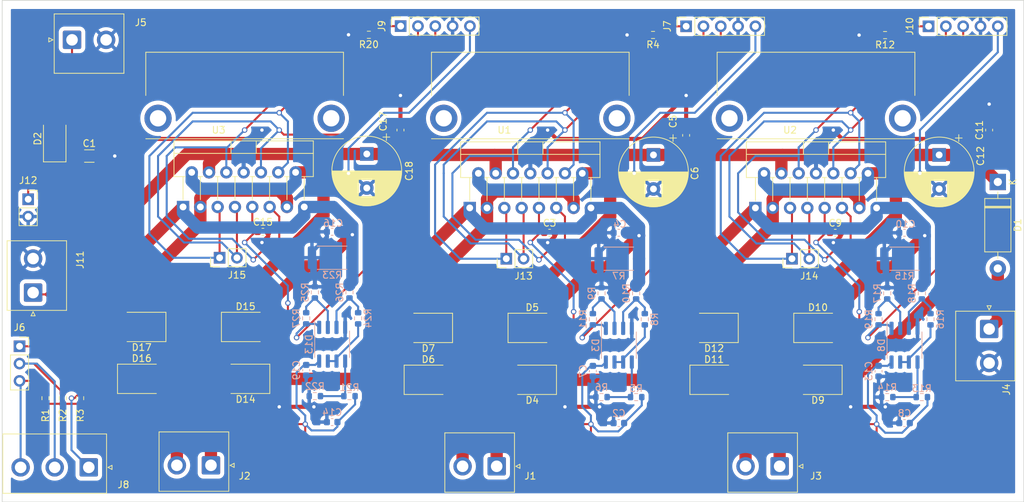
<source format=kicad_pcb>
(kicad_pcb (version 20211014) (generator pcbnew)
  (layers (0 "F.Cu" signal) (31 "B.Cu" signal) (36 "B.SilkS" user "B.Silkscreen") (37 "F.SilkS" user "F.Silkscreen") (38 "B.Mask" user) (39 "F.Mask" user) (44 "Edge.Cuts" user))
  (net 0 "")
  (net 1 "+5V")
  (net 2 "GND")
  (net 3 "+36V")
  (net 4 "Net-(D1-Pad2)")
  (net 5 "Net-(D2-Pad2)")
  (net 6 "/Out1_1")
  (net 7 "/Out1_2")
  (net 8 "/Out3_1")
  (net 9 "/Out3_2")
  (net 10 "/Out2_1")
  (net 11 "/Out2_2")
  (net 12 "/In1_1")
  (net 13 "/In1_2")
  (net 14 "/En1")
  (net 15 "/In2_1")
  (net 16 "/In2_2")
  (net 17 "/En2")
  (net 18 "/In3_1")
  (net 19 "/In3_2")
  (net 20 "/En3")
  (net 21 "/Sense1")
  (net 22 "Net-(D3-Pad2)")
  (net 23 "Net-(D3-Pad3)")
  (net 24 "Net-(D3-Pad5)")
  (net 25 "Net-(D3-Pad6)")
  (net 26 "/Half-Bridge/SenseGND")
  (net 27 "/Sense3")
  (net 28 "Net-(D8-Pad2)")
  (net 29 "Net-(D8-Pad3)")
  (net 30 "Net-(D8-Pad5)")
  (net 31 "Net-(D8-Pad6)")
  (net 32 "/Half-Bridge1/SenseGND")
  (net 33 "/Sense2")
  (net 34 "Net-(D13-Pad2)")
  (net 35 "Net-(D13-Pad3)")
  (net 36 "Net-(D13-Pad5)")
  (net 37 "Net-(D13-Pad6)")
  (net 38 "/Half-Bridge2/SenseGND")
  (net 39 "Net-(J6-Pad1)")
  (net 40 "Net-(J6-Pad2)")
  (net 41 "Net-(J6-Pad3)")
  (footprint "Resistor_SMD:R_0603_1608Metric" (layer "F.Cu") (at 132.525 43.155 180)
    (fp_text reference "R20")
    (fp_text value "10 кОм 5%")
  )
  (footprint "Capacitor_THT:CP_Radial_D10.0mm_P5.00mm" (layer "F.Cu") (at 174.274646 60.8 -90)
    (fp_text reference "C6")
    (fp_text value "К50-35 330мкФ 50В")
  )
  (footprint "Capacitor_SMD:C_0603_1608Metric" (layer "F.Cu") (at 159.034646 72.23)
    (fp_text reference "C3")
    (fp_text value "0.1мкФ 50В")
  )
  (footprint "Diode_SMD:D_SMB" (layer "F.Cu") (at 156.494646 93.82 180)
    (fp_text reference "D4")
    (fp_text value "SS510B")
  )
  (footprint "Connector_PinHeader_2.54mm:PinHeader_1x02_P2.54mm_Vertical" (layer "F.Cu") (at 194.594646 76.04 90)
    (fp_text reference "J14")
    (fp_text value "PLS-2")
  )
  (footprint "Connector_PinSocket_2.54mm:PinSocket_1x05_P2.54mm_Vertical" (layer "F.Cu") (at 214.63 41.91 90)
    (fp_text reference "J10")
    (fp_text value "PLS-5")
  )
  (footprint "Diode_SMD:D_SMB" (layer "F.Cu") (at 99.201365 93.679511)
    (fp_text reference "D16")
    (fp_text value "SS510B")
  )
  (footprint "Connector_JST:JST_NV_B02P-NV_1x02_P5.00mm_Vertical" (layer "F.Cu") (at 223.52 86.36 -90)
    (fp_text reference "J4")
    (fp_text value "KLS2-102-5.00-02P-2S")
  )
  (footprint "Diode_SMD:D_SMB" (layer "F.Cu") (at 141.254646 86.2 180)
    (fp_text reference "D7")
    (fp_text value "SS510B")
  )
  (footprint "Connector_JST:JST_NV_B02P-NV_1x02_P5.00mm_Vertical" (layer "F.Cu") (at 88.98 43.9)
    (fp_text reference "J5")
    (fp_text value "KLS2-102-5.00-02P-2S")
  )
  (footprint "Connector_PinSocket_2.54mm:PinSocket_1x02_P2.54mm_Vertical" (layer "F.Cu") (at 82.55 67.31)
    (fp_text reference "J12")
    (fp_text value "PLS-2")
  )
  (footprint "Diode_SMD:D_SMB" (layer "F.Cu") (at 198.404646 93.82 180)
    (fp_text reference "D9")
    (fp_text value "SS510B")
  )
  (footprint "Connector_PinHeader_2.54mm:PinHeader_1x02_P2.54mm_Vertical" (layer "F.Cu") (at 152.684646 76.04 90)
    (fp_text reference "J13")
    (fp_text value "PLS-2")
  )
  (footprint "Diode_SMD:D_SMB" (layer "F.Cu") (at 114.441365 86.059511)
    (fp_text reference "D15")
    (fp_text value "SS510B")
  )
  (footprint "Capacitor_SMD:C_0603_1608Metric" (layer "F.Cu") (at 116.981365 72.089511)
    (fp_text reference "C15")
    (fp_text value "0.1мкФ 50В")
  )
  (footprint "Connector_PinSocket_2.54mm:PinSocket_1x05_P2.54mm_Vertical" (layer "F.Cu") (at 179.07 41.91 90)
    (fp_text reference "J7")
    (fp_text value "PLS-5")
  )
  (footprint "Connector_PinSocket_2.54mm:PinSocket_1x03_P2.54mm_Vertical" (layer "F.Cu") (at 81.28 88.9)
    (fp_text reference "J6")
    (fp_text value "PLS-3")
  )
  (footprint "Diode_SMD:D_SMB" (layer "F.Cu") (at 99.201365 86.059511 180)
    (fp_text reference "D17")
    (fp_text value "SS510B")
  )
  (footprint "Diode_SMD:D_SMB" (layer "F.Cu") (at 156.494646 86.2)
    (fp_text reference "D5")
    (fp_text value "SS510B")
  )
  (footprint "Resistor_SMD:R_0603_1608Metric" (layer "F.Cu") (at 208.25 43.205 180)
    (fp_text reference "R12")
    (fp_text value "10 кОм 5%")
  )
  (footprint "Capacitor_THT:CP_Radial_D10.0mm_P5.00mm" (layer "F.Cu") (at 132.221365 60.659511 -90)
    (fp_text reference "C18")
    (fp_text value "К50-35 330мкФ 50В")
  )
  (footprint "Diode_SMD:D_SMB" (layer "F.Cu") (at 114.441365 93.679511 180)
    (fp_text reference "D14")
    (fp_text value "SS510B")
  )
  (footprint "Diode_THT:D_DO-15_P12.70mm_Horizontal" (layer "F.Cu") (at 224.79 64.77 -90)
    (fp_text reference "D1")
    (fp_text value "15SQ045")
  )
  (footprint "MyLibrary:SK29-38S" (layer "F.Cu") (at 198.12 58.42)
    (fp_text reference "REF**" hide)
    (fp_text value "SK29-38S")
  )
  (footprint "Connector_JST:JST_NV_B02P-NV_1x02_P5.00mm_Vertical" (layer "F.Cu") (at 151.274646 106.52 180)
    (fp_text reference "J1")
    (fp_text value "KLS2-102-5.00-02P-2S")
  )
  (footprint "MyLibrary:SK29-38S" (layer "F.Cu") (at 156.21 58.42)
    (fp_text reference "REF**" hide)
    (fp_text value "SK29-38S")
  )
  (footprint "Connector_JST:JST_NV_B02P-NV_1x02_P5.00mm_Vertical" (layer "F.Cu") (at 109.361365 106.379511 180)
    (fp_text reference "J2")
    (fp_text value "KLS2-102-5.00-02P-2S")
  )
  (footprint "Capacitor_SMD:C_0603_1608Metric" (layer "F.Cu") (at 200.944646 72.23)
    (fp_text reference "C9")
    (fp_text value "0.1мкФ 50В")
  )
  (footprint "Package_TO_SOT_THT:TO-220-15_P2.54x2.54mm_StaggerOdd_Lead4.58mm_Vertical" (layer "F.Cu") (at 189.23 68.58)
    (fp_text reference "U2")
    (fp_text value "L298HN")
  )
  (footprint "Resistor_SMD:R_0603_1608Metric" (layer "F.Cu") (at 85.09 96.52 90)
    (fp_text reference "R1")
    (fp_text value "10 кОм 5%")
  )
  (footprint "Resistor_SMD:R_0603_1608Metric" (layer "F.Cu") (at 90.17 96.52 90)
    (fp_text reference "R3")
    (fp_text value "10 кОм 5%")
  )
  (footprint "Connector_PinHeader_2.54mm:PinHeader_1x02_P2.54mm_Vertical" (layer "F.Cu") (at 110.631365 75.899511 90)
    (fp_text reference "J15")
    (fp_text value "PLS-2")
  )
  (footprint "Package_TO_SOT_THT:TO-220-15_P2.54x2.54mm_StaggerOdd_Lead4.58mm_Vertical" (layer "F.Cu") (at 147.32 68.58)
    (fp_text reference "U1")
    (fp_text value "L298HN")
  )
  (footprint "Connector_JST:JST_NV_B02P-NV_1x02_P5.00mm_Vertical" (layer "F.Cu") (at 83.27 81.0175 90)
    (fp_text reference "J11")
    (fp_text value "KLS2-102-5.00-02P-2S")
  )
  (footprint "Diode_SMD:D_SMB" (layer "F.Cu") (at 183.164646 86.2 180)
    (fp_text reference "D12")
    (fp_text value "SS510B")
  )
  (footprint "Diode_SMD:D_SMB" (layer "F.Cu") (at 198.404646 86.2)
    (fp_text reference "D10")
    (fp_text value "SS510B")
  )
  (footprint "Connector_PinSocket_2.54mm:PinSocket_1x05_P2.54mm_Vertical" (layer "F.Cu") (at 137.19 41.885 90)
    (fp_text reference "J9")
    (fp_text value "PLS-5")
  )
  (footprint "Package_TO_SOT_THT:TO-220-15_P2.54x2.54mm_StaggerOdd_Lead4.58mm_Vertical" (layer "F.Cu") (at 105.266719 68.439511)
    (fp_text reference "U3")
    (fp_text value "L298HN")
  )
  (footprint "Capacitor_SMD:C_1206_3216Metric" (layer "F.Cu") (at 91.52 60.96)
    (fp_text reference "C1")
    (fp_text value "10 мкФ 25В")
  )
  (footprint "Resistor_SMD:R_0603_1608Metric" (layer "F.Cu") (at 174.2125 43.18 180)
    (fp_text reference "R4")
    (fp_text value "10 кОм 5%")
  )
  (footprint "Capacitor_SMD:C_0603_1608Metric" (layer "F.Cu") (at 137.16 57.15 90)
    (fp_text reference "C17")
    (fp_text value "0.1мкФ 50В")
  )
  (footprint "Capacitor_SMD:C_0603_1608Metric" (layer "F.Cu") (at 179.07 57.925 90)
    (fp_text reference "C5")
    (fp_text value "0.1мкФ 50В")
  )
  (footprint "Connector_JST:JST_NV_B02P-NV_1x02_P5.00mm_Vertical" (layer "F.Cu") (at 192.784646 106.52 180)
    (fp_text reference "J3")
    (fp_text value "KLS2-102-5.00-02P-2S")
  )
  (footprint "Connector_JST:JST_NV_B03P-NV_1x03_P5.00mm_Vertical" (layer "F.Cu") (at 91.44 106.68 180)
    (fp_text reference "J8")
    (fp_text value "KLS2-128I-5.00-03P-4S")
  )
  (footprint "Capacitor_THT:CP_Radial_D10.0mm_P5.00mm" (layer "F.Cu") (at 216.184646 60.8 -90)
    (fp_text reference "C12")
    (fp_text value "К50-35 330мкФ 50В")
  )
  (footprint "Capacitor_SMD:C_0603_1608Metric" (layer "F.Cu") (at 223.52 57.15 90)
    (fp_text reference "C11")
    (fp_text value "0.1мкФ 50В")
  )
  (footprint "MyLibrary:SK29-38S" (layer "F.Cu") (at 114.3 58.42)
    (fp_text reference "REF**" hide)
    (fp_text value "SK29-38S")
  )
  (footprint "Diode_SMD:D_SMB" (layer "F.Cu") (at 183.164646 93.82)
    (fp_text reference "D11")
    (fp_text value "SS510B")
  )
  (footprint "Resistor_SMD:R_0603_1608Metric" (layer "F.Cu") (at 87.63 96.52 90)
    (fp_text reference "R2")
    (fp_text value "10 кОм 5%")
  )
  (footprint "Diode_SMD:D_SMA" (layer "F.Cu") (at 86.44 58.42 90)
    (fp_text reference "D2")
    (fp_text value "10MQ40")
  )
  (footprint "Diode_SMD:D_SMB" (layer "F.Cu") (at 141.254646 93.82)
    (fp_text reference "D6")
    (fp_text value "SS510B")
  )
  (footprint "Capacitor_SMD:C_0603_1608Metric" (layer "B.Cu") (at 123.331365 92.409511 -90)
    (fp_text reference "C19")
    (fp_text value "0.1мкФ 50В")
  )
  (footprint "Resistor_SMD:R_0603_1608Metric" (layer "B.Cu") (at 124.601365 96.219511 180)
    (fp_text reference "R22")
    (fp_text value "5 кОм 5%")
  )
  (footprint "Capacitor_SMD:C_0603_1608Metric" (layer "B.Cu") (at 169.194646 100.17 180)
    (fp_text reference "C2")
    (fp_text value "0.1мкФ 50В")
  )
  (footprint "Resistor_SMD:R_0603_1608Metric" (layer "B.Cu") (at 124.601365 80.979511 -90)
    (fp_text reference "R25")
    (fp_text value "1 кОм 1%")
  )
  (footprint "Resistor_SMD:R_0603_1608Metric" (layer "B.Cu") (at 208.564646 96.36 180)
    (fp_text reference "R14")
    (fp_text value "5 кОм 5%")
  )
  (footprint "Capacitor_SMD:C_0603_1608Metric" (layer "B.Cu") (at 211.104646 100.17 180)
    (fp_text reference "C8")
    (fp_text value "0.1мкФ 50В")
  )
  (footprint "Resistor_SMD:R_0603_1608Metric" (layer "B.Cu") (at 129.681365 96.219511 180)
    (fp_text reference "R21")
    (fp_text value "10 кОм 5%")
  )
  (footprint "Resistor_SMD:R_0603_1608Metric" (layer "B.Cu") (at 130.951365 84.789511 90)
    (fp_text reference "R24")
    (fp_text value "10 кОм 1%")
  )
  (footprint "Capacitor_SMD:C_0603_1608Metric" (layer "B.Cu") (at 211.104646 72.23)
    (fp_text reference "C10")
    (fp_text value "1000 пФ 50В")
  )
  (footprint "Resistor_SMD:R_0603_1608Metric" (layer "B.Cu") (at 166.654646 96.36 180)
    (fp_text reference "R6")
    (fp_text value "5 кОм 5%")
  )
  (footprint "Package_SO:SOIC-8_3.9x4.9mm_P1.27mm" (layer "B.Cu") (at 211.104646 88.74 -90)
    (fp_text reference "D8")
    (fp_text value "AD8602")
  )
  (footprint "Resistor_SMD:R_0603_1608Metric" (layer "B.Cu") (at 213.644646 81.12 -90)
    (fp_text reference "R18")
    (fp_text value "1 кОм 1%")
  )
  (footprint "Capacitor_SMD:C_0603_1608Metric" (layer "B.Cu") (at 207.294646 92.55 -90)
    (fp_text reference "C13")
    (fp_text value "0.1мкФ 50В")
  )
  (footprint "Resistor_SMD:R_0603_1608Metric" (layer "B.Cu") (at 165.384646 84.93 -90)
    (fp_text reference "R11")
    (fp_text value "10 кОм 1%")
  )
  (footprint "Resistor_SMD:R_0603_1608Metric" (layer "B.Cu") (at 173.004646 84.93 90)
    (fp_text reference "R8")
    (fp_text value "10 кОм 1%")
  )
  (footprint "Resistor_SMD:R_0603_1608Metric" (layer "B.Cu") (at 171.734646 81.12 -90)
    (fp_text reference "R10")
    (fp_text value "1 кОм 1%")
  )
  (footprint "Resistor_SMD:R_2512_6332Metric" (layer "B.Cu") (at 127.141365 75.899511 180)
    (fp_text reference "R23")
    (fp_text value "0.047 Ом 1%")
  )
  (footprint "Capacitor_SMD:C_0603_1608Metric" (layer "B.Cu") (at 127.141365 100.029511 180)
    (fp_text reference "C14")
    (fp_text value "0.1мкФ 50В")
  )
  (footprint "Capacitor_SMD:C_0603_1608Metric" (layer "B.Cu") (at 165.384646 92.55 -90)
    (fp_text reference "C7")
    (fp_text value "0.1мкФ 50В")
  )
  (footprint "Resistor_SMD:R_2512_6332Metric" (layer "B.Cu") (at 211.104646 76.04 180)
    (fp_text reference "R15")
    (fp_text value "0.047 Ом 1%")
  )
  (footprint "Resistor_SMD:R_0603_1608Metric" (layer "B.Cu") (at 123.331365 84.789511 -90)
    (fp_text reference "R27")
    (fp_text value "10 кОм 1%")
  )
  (footprint "Package_SO:SOIC-8_3.9x4.9mm_P1.27mm" (layer "B.Cu") (at 169.194646 88.74 -90)
    (fp_text reference "D3")
    (fp_text value "AD8602")
  )
  (footprint "Resistor_SMD:R_0603_1608Metric" (layer "B.Cu") (at 129.681365 80.979511 -90)
    (fp_text reference "R26")
    (fp_text value "1 кОм 1%")
  )
  (footprint "Resistor_SMD:R_0603_1608Metric" (layer "B.Cu") (at 171.734646 96.36 180)
    (fp_text reference "R5")
    (fp_text value "10 кОм 5%")
  )
  (footprint "Resistor_SMD:R_2512_6332Metric" (layer "B.Cu") (at 169.194646 76.04 180)
    (fp_text reference "R7")
    (fp_text value "0.047 Ом 1%")
  )
  (footprint "Resistor_SMD:R_0603_1608Metric" (layer "B.Cu") (at 213.644646 96.36 180)
    (fp_text reference "R13")
    (fp_text value "10 кОм 5%")
  )
  (footprint "Package_SO:SOIC-8_3.9x4.9mm_P1.27mm" (layer "B.Cu") (at 127.141365 88.599511 -90)
    (fp_text reference "D13")
    (fp_text value "AD8602")
  )
  (footprint "Capacitor_SMD:C_0603_1608Metric" (layer "B.Cu") (at 127.141365 72.089511)
    (fp_text reference "C16")
    (fp_text value "1000 пФ 50В")
  )
  (footprint "Resistor_SMD:R_0603_1608Metric" (layer "B.Cu") (at 166.654646 81.12 -90)
    (fp_text reference "R9")
    (fp_text value "1 кОм 1%")
  )
  (footprint "Resistor_SMD:R_0603_1608Metric" (layer "B.Cu") (at 208.564646 81.12 -90)
    (fp_text reference "R17")
    (fp_text value "1 кОм 1%")
  )
  (footprint "Capacitor_SMD:C_0603_1608Metric" (layer "B.Cu") (at 169.194646 72.23)
    (fp_text reference "C4")
    (fp_text value "1000 пФ 50В")
  )
  (footprint "Resistor_SMD:R_0603_1608Metric" (layer "B.Cu") (at 207.294646 84.93 -90)
    (fp_text reference "R19")
    (fp_text value "10 кОм 1%")
  )
  (footprint "Resistor_SMD:R_0603_1608Metric" (layer "B.Cu") (at 214.914646 84.93 90)
    (fp_text reference "R16")
    (fp_text value "10 кОм 1%")
  )
  (gr_rect (start 78.74 38.1) (end 228.6 111.76) (layer "Edge.Cuts") (width 0.1) (fill none))
  (segment (start 115.870489 72.089511) (end 114.3 73.66) (width 0.3) (layer "F.Cu") (net 1))
  (segment (start 83.5325 81.28) (end 83.27 81.0175) (width 0.3) (layer "F.Cu") (net 1))
  (segment (start 82.55 64.31) (end 86.44 60.42) (width 0.3) (layer "F.Cu") (net 1))
  (segment (start 198.12 73.66) (end 199.55 72.23) (width 0.3) (layer "F.Cu") (net 1))
  (segment (start 99.06 104.52) (end 99.06 106.68) (width 0.3) (layer "F.Cu") (net 1))
  (segment (start 115.426719 71.309865) (end 116.206365 72.089511) (width 0.3) (layer "F.Cu") (net 1))
  (segment (start 203.2 100.33) (end 198.254157 95.384157) (width 0.3) (layer "F.Cu") (net 1))
  (segment (start 91.44 87.63) (end 91.44 96.9) (width 0.3) (layer "F.Cu") (net 1))
  (segment (start 114.591854 91.958044) (end 114.591854 95.579022) (width 0.3) (layer "F.Cu") (net 1))
  (segment (start 115.426719 68.439511) (end 115.426719 71.309865) (width 0.3) (layer "F.Cu") (net 1))
  (segment (start 114.591854 95.579022) (end 119.342832 100.33) (width 0.3) (layer "F.Cu") (net 1))
  (segment (start 123.19 100.33) (end 123.19 109.22) (width 0.3) (layer "F.Cu") (net 1))
  (segment (start 119.342832 100.33) (end 123.19 100.33) (width 0.3) (layer "F.Cu") (net 1))
  (segment (start 120.65 82.55) (end 120.65 85.899898) (width 0.3) (layer "F.Cu") (net 1))
  (segment (start 162.56 86.183668) (end 156.344157 92.399511) (width 0.3) (layer "F.Cu") (net 1))
  (segment (start 207.01 100.33) (end 203.2 100.33) (width 0.3) (layer "F.Cu") (net 1))
  (segment (start 157.48 68.58) (end 157.48 71.450354) (width 0.3) (layer "F.Cu") (net 1))
  (segment (start 99.06 106.68) (end 101.6 109.22) (width 0.3) (layer "F.Cu") (net 1))
  (segment (start 88.9 60.96) (end 90.045 60.96) (width 0.3) (layer "F.Cu") (net 1))
  (segment (start 156.21 73.66) (end 157.64 72.23) (width 0.3) (layer "F.Cu") (net 1))
  (segment (start 101.6 109.22) (end 165.1 109.22) (width 0.3) (layer "F.Cu") (net 1))
  (segment (start 116.206365 72.089511) (end 115.870489 72.089511) (width 0.3) (layer "F.Cu") (net 1))
  (segment (start 162.56 83.82) (end 162.56 86.183668) (width 0.3) (layer "F.Cu") (net 1))
  (segment (start 157.48 71.450354) (end 158.259646 72.23) (width 0.3) (layer "F.Cu") (net 1))
  (segment (start 199.55 72.23) (end 200.169646 72.23) (width 0.3) (layer "F.Cu") (net 1))
  (segment (start 165.1 109.22) (end 165.1 100.33) (width 0.3) (layer "F.Cu") (net 1))
  (segment (start 87.63 97.345) (end 90.17 97.345) (width 0.3) (layer "F.Cu") (net 1))
  (segment (start 198.254157 95.384157) (end 198.254157 92.575843) (width 0.3) (layer "F.Cu") (net 1))
  (segment (start 165.1 109.22) (end 207.01 109.22) (width 0.3) (layer "F.Cu") (net 1))
  (segment (start 198.254157 92.575843) (end 204.47 86.36) (width 0.3) (layer "F.Cu") (net 1))
  (segment (start 157.64 72.23) (end 158.259646 72.23) (width 0.3) (layer "F.Cu") (net 1))
  (segment (start 204.47 86.36) (end 204.47 83.82) (width 0.3) (layer "F.Cu") (net 1))
  (segment (start 88.36 60.42) (end 88.9 60.96) (width 0.3) (layer "F.Cu") (net 1))
  (segment (start 91.44 96.9) (end 90.995 97.345) (width 0.3) (layer "F.Cu") (net 1))
  (segment (start 82.55 67.31) (end 82.55 64.31) (width 0.3) (layer "F.Cu") (net 1))
  (segment (start 86.44 60.42) (end 86.44 79.93) (width 0.3) (layer "F.Cu") (net 1))
  (segment (start 120.65 85.899898) (end 114.591854 91.958044) (width 0.3) (layer "F.Cu") (net 1))
  (segment (start 91.44 96.9) (end 99.06 104.52) (width 0.3) (layer "F.Cu") (net 1))
  (segment (start 199.39 68.58) (end 199.39 71.450354) (width 0.3) (layer "F.Cu") (net 1))
  (segment (start 90.17 97.345) (end 90.995 97.345) (width 0.3) (layer "F.Cu") (net 1))
  (segment (start 85.09 81.28) (end 83.5325 81.28) (width 0.3) (layer "F.Cu") (net 1))
  (segment (start 86.44 79.93) (end 85.09 81.28) (width 0.3) (layer "F.Cu") (net 1))
  (segment (start 161.29 100.33) (end 165.1 100.33) (width 0.3) (layer "F.Cu") (net 1))
  (segment (start 86.44 60.42) (end 88.36 60.42) (width 0.3) (layer "F.Cu") (net 1))
  (segment (start 85.09 81.28) (end 91.44 87.63) (width 0.3) (layer "F.Cu") (net 1))
  (segment (start 156.344157 92.399511) (end 156.344157 95.384157) (width 0.3) (layer "F.Cu") (net 1))
  (segment (start 156.344157 95.384157) (end 161.29 100.33) (width 0.3) (layer "F.Cu") (net 1))
  (segment (start 207.01 100.33) (end 207.01 109.22) (width 0.3) (layer "F.Cu") (net 1))
  (segment (start 85.09 97.345) (end 87.63 97.345) (width 0.3) (layer "F.Cu") (net 1))
  (segment (start 199.39 71.450354) (end 200.169646 72.23) (width 0.3) (layer "F.Cu") (net 1))
  (via (at 123.19 100.33) (size 0.8) (drill 0.5) (layers "F.Cu" "B.Cu") (net 1))
  (via (at 156.21 73.66) (size 0.8) (drill 0.5) (layers "F.Cu" "B.Cu") (net 1))
  (via (at 162.56 83.82) (size 0.8) (drill 0.5) (layers "F.Cu" "B.Cu") (net 1))
  (via (at 204.47 83.82) (size 0.8) (drill 0.5) (layers "F.Cu" "B.Cu") (net 1))
  (via (at 114.3 73.66) (size 0.8) (drill 0.5) (layers "F.Cu" "B.Cu") (net 1))
  (via (at 207.01 100.33) (size 0.8) (drill 0.5) (layers "F.Cu" "B.Cu") (net 1))
  (via (at 198.12 73.66) (size 0.8) (drill 0.5) (layers "F.Cu" "B.Cu") (net 1))
  (via (at 120.65 82.55) (size 0.8) (drill 0.5) (layers "F.Cu" "B.Cu") (net 1))
  (via (at 165.1 100.33) (size 0.8) (drill 0.5) (layers "F.Cu" "B.Cu") (net 1))
  (segment (start 163.83 97.79) (end 165.1 99.06) (width 0.3) (layer "B.Cu") (net 1))
  (segment (start 206.991467 91.775) (end 207.294646 91.775) (width 0.3) (layer "B.Cu") (net 1))
  (segment (start 204.47 83.82) (end 204.47 80.01) (width 0.3) (layer "B.Cu") (net 1))
  (segment (start 127.916365 100.683635) (end 127.916365 100.029511) (width 0.3) (layer "B.Cu") (net 1))
  (segment (start 205.74 97.79) (end 205.74 93.026467) (width 0.3) (layer "B.Cu") (net 1))
  (segment (start 120.65 80.01) (end 120.65 82.55) (width 0.3) (layer "B.Cu") (net 1))
  (segment (start 165.1 99.06) (end 165.1 100.33) (width 0.3) (layer "B.Cu") (net 1))
  (segment (start 204.47 80.01) (end 198.12 73.66) (width 0.3) (layer "B.Cu") (net 1))
  (segment (start 169.969646 100.540354) (end 169.969646 100.17) (width 0.3) (layer "B.Cu") (net 1))
  (segment (start 162.56 80.01) (end 156.21 73.66) (width 0.3) (layer "B.Cu") (net 1))
  (segment (start 165.384646 91.775) (end 165.081467 91.775) (width 0.3) (layer "B.Cu") (net 1))
  (segment (start 207.01 100.33) (end 207.01 99.06) (width 0.3) (layer "B.Cu") (net 1))
  (segment (start 123.028186 91.634511) (end 123.331365 91.634511) (width 0.3) (layer "B.Cu") (net 1))
  (segment (start 123.19 100.33) (end 124.114031 101.254031) (width 0.3) (layer "B.Cu") (net 1))
  (segment (start 114.3 73.66) (end 120.65 80.01) (width 0.3) (layer "B.Cu") (net 1))
  (segment (start 123.19 99.06) (end 121.92 97.79) (width 0.3) (layer "B.Cu") (net 1))
  (segment (start 169.969646 100.17) (end 172.559646 97.58) (width 0.3) (layer "B.Cu") (net 1))
  (segment (start 123.19 100.33) (end 123.19 99.06) (width 0.3) (layer "B.Cu") (net 1))
  (segment (start 121.92 97.79) (end 121.92 92.742697) (width 0.3) (layer "B.Cu") (net 1))
  (segment (start 172.559646 97.58) (end 172.559646 96.36) (width 0.3) (layer "B.Cu") (net 1))
  (segment (start 163.83 93.026467) (end 163.83 97.79) (width 0.3) (layer "B.Cu") (net 1))
  (segment (start 124.676365 91.634511) (end 125.236365 91.074511) (width 0.3) (layer "B.Cu") (net 1))
  (segment (start 207.01 100.33) (end 208.28 101.6) (width 0.3) (layer "B.Cu") (net 1))
  (segment (start 208.639646 91.775) (end 209.199646 91.215) (width 0.3) (layer "B.Cu") (net 1))
  (segment (start 130.506365 97.439511) (end 130.506365 96.219511) (width 0.3) (layer "B.Cu") (net 1))
  (segment (start 169.11548 101.39452) (end 169.969646 100.540354) (width 0.3) (layer "B.Cu") (net 1))
  (segment (start 211.879646 100.473179) (end 211.879646 100.17) (width 0.3) (layer "B.Cu") (net 1))
  (segment (start 127.345969 101.254031) (end 127.916365 100.683635) (width 0.3) (layer "B.Cu") (net 1))
  (segment (start 166.16452 101.39452) (end 169.11548 101.39452) (width 0.3) (layer "B.Cu") (net 1))
  (segment (start 123.331365 91.634511) (end 124.676365 91.634511) (width 0.3) (layer "B.Cu") (net 1))
  (segment (start 208.28 101.6) (end 210.752825 101.6) (width 0.3) (layer "B.Cu") (net 1))
  (segment (start 207.294646 91.775) (end 208.639646 91.775) (width 0.3) (layer "B.Cu") (net 1))
  (segment (start 121.92 92.742697) (end 123.028186 91.634511) (width 0.3) (layer "B.Cu") (net 1))
  (segment (start 165.384646 91.775) (end 166.729646 91.775) (width 0.3) (layer "B.Cu") (net 1))
  (segment (start 166.729646 91.775) (end 167.289646 91.215) (width 0.3) (layer "B.Cu") (net 1))
  (segment (start 214.469646 97.58) (end 214.469646 96.36) (width 0.3) (layer "B.Cu") (net 1))
  (segment (start 165.1 100.33) (end 166.16452 101.39452) (width 0.3) (layer "B.Cu") (net 1))
  (segment (start 127.916365 100.029511) (end 130.506365 97.439511) (width 0.3) (layer "B.Cu") (net 1))
  (segment (start 165.081467 91.775) (end 163.83 93.026467) (width 0.3) (layer "B.Cu") (net 1))
  (segment (start 162.56 83.82) (end 162.56 80.01) (width 0.3) (layer "B.Cu") (net 1))
  (segment (start 210.752825 101.6) (end 211.879646 100.473179) (width 0.3) (layer "B.Cu") (net 1))
  (segment (start 211.879646 100.17) (end 214.469646 97.58) (width 0.3) (layer "B.Cu") (net 1))
  (segment (start 205.74 93.026467) (end 206.991467 91.775) (width 0.3) (layer "B.Cu") (net 1))
  (segment (start 207.01 99.06) (end 205.74 97.79) (width 0.3) (layer "B.Cu") (net 1))
  (segment (start 124.114031 101.254031) (end 127.345969 101.254031) (width 0.3) (layer "B.Cu") (net 1))
  (segment (start 201.959511 58.449511) (end 218.410489 58.449511) (width 0.6) (layer "F.Cu") (net 2))
  (segment (start 159.809646 72.745311) (end 159.809646 72.23) (width 0.6) (layer "F.Cu") (net 2))
  (segment (start 117.756365 72.743635) (end 117.756365 72.089511) (width 0.6) (layer "F.Cu") (net 2))
  (segment (start 97.760489 58.449511) (end 95.25 60.96) (width 0.6) (layer "F.Cu") (net 2))
  (segment (start 160.049511 58.449511) (end 172.690489 58.449511) (width 0.6) (layer "F.Cu") (net 2))
  (segment (start 172.690489 58.449511) (end 179.07 52.07) (width 0.6) (layer "F.Cu") (net 2))
  (segment (start 158.88029 73.674667) (end 159.809646 72.745311) (width 0.6) (layer "F.Cu") (net 2))
  (segment (start 115.540489 58.449511) (end 97.760489 58.449511) (width 0.6) (layer "F.Cu") (net 2))
  (segment (start 200.66 57.15) (end 201.959511 58.449511) (width 0.6) (layer "F.Cu") (net 2))
  (segment (start 207.425 43.205) (end 204.44 43.205) (width 0.6) (layer "F.Cu") (net 2))
  (segment (start 95.25 60.96) (end 92.995 60.96) (width 0.6) (layer "F.Cu") (net 2))
  (segment (start 161.29 97.79) (end 166.37 97.79) (width 0.6) (layer "F.Cu") (net 2))
  (segment (start 200.663298 73.674667) (end 200.79029 73.674667) (width 0.6) (layer "F.Cu") (net 2))
  (segment (start 116.84 73.66) (end 117.756365 72.743635) (width 0.6) (layer "F.Cu") (net 2))
  (segment (start 170.4025 43.18) (end 173.3875 43.18) (width 0.6) (layer "F.Cu") (net 2))
  (segment (start 158.753298 73.674667) (end 158.88029 73.674667) (width 0.6) (layer "F.Cu") (net 2))
  (segment (start 158.75 57.15) (end 160.049511 58.449511) (width 0.6) (layer "F.Cu") (net 2))
  (segment (start 179.07 52.07) (end 179.07 57.15) (width 0.6) (layer "F.Cu") (net 2))
  (segment (start 129.54 43.155) (end 131.7 43.155) (width 0.6) (layer "F.Cu") (net 2))
  (segment (start 200.79029 73.674667) (end 201.719646 72.745311) (width 0.6) (layer "F.Cu") (net 2))
  (segment (start 223.52 56.375) (end 223.52 53.34) (width 0.6) (layer "F.Cu") (net 2))
  (segment (start 201.719646 72.745311) (end 201.719646 72.23) (width 0.6) (layer "F.Cu") (net 2))
  (segment (start 116.84 57.15) (end 115.540489 58.449511) (width 0.6) (layer "F.Cu") (net 2))
  (segment (start 137.16 56.375) (end 137.16 52.07) (width 0.6) (layer "F.Cu") (net 2))
  (segment (start 203.2 97.79) (end 208.28 97.79) (width 0.6) (layer "F.Cu") (net 2))
  (segment (start 119.38 97.79) (end 124.46 97.79) (width 0.6) (layer "F.Cu") (net 2))
  (segment (start 218.410489 58.449511) (end 223.52 53.34) (width 0.6) (layer "F.Cu") (net 2))
  (via (at 179.07 52.07) (size 0.8) (drill 0.5) (layers "F.Cu" "B.Cu") (net 2))
  (via (at 116.84 57.15) (size 0.8) (drill 0.5) (layers "F.Cu" "B.Cu") (net 2))
  (via (at 95.25 60.96) (size 0.8) (drill 0.5) (layers "F.Cu" "B.Cu") (net 2))
  (via (at 170.4025 43.18) (size 0.8) (drill 0.5) (layers "F.Cu" "B.Cu") (net 2))
  (via (at 166.37 97.79) (size 0.8) (drill 0.5) (layers "F.Cu" "B.Cu") (net 2))
  (via (at 119.38 97.79) (size 0.8) (drill 0.5) (layers "F.Cu" "B.Cu") (net 2))
  (via (at 223.52 53.34) (size 0.8) (drill 0.5) (layers "F.Cu" "B.Cu") (net 2))
  (via (at 124.46 97.79) (size 0.8) (drill 0.5) (layers "F.Cu" "B.Cu") (net 2))
  (via (at 208.28 97.79) (size 0.8) (drill 0.5) (layers "F.Cu" "B.Cu") (net 2))
  (via (at 137.16 52.07) (size 0.8) (drill 0.5) (layers "F.Cu" "B.Cu") (net 2))
  (via (at 158.753298 73.674667) (size 0.8) (drill 0.5) (layers "F.Cu" "B.Cu") (net 2))
  (via (at 158.75 57.15) (size 0.8) (drill 0.5) (layers "F.Cu" "B.Cu") (net 2))
  (via (at 161.29 97.79) (size 0.8) (drill 0.5) (layers "F.Cu" "B.Cu") (net 2))
  (via (at 200.663298 73.674667) (size 0.8) (drill 0.5) (layers "F.Cu" "B.Cu") (net 2))
  (via (at 203.2 97.79) (size 0.8) (drill 0.5) (layers "F.Cu" "B.Cu") (net 2))
  (via (at 200.66 57.15) (size 0.8) (drill 0.5) (layers "F.Cu" "B.Cu") (net 2))
  (via (at 204.44 43.205) (size 0.8) (drill 0.5) (layers "F.Cu" "B.Cu") (net 2))
  (via (at 129.54 43.155) (size 0.8) (drill 0.5) (layers "F.Cu" "B.Cu") (net 2))
  (via (at 116.84 73.66) (size 0.8) (drill 0.5) (layers "F.Cu" "B.Cu") (net 2))
  (segment (start 200.66 57.15) (end 198.12 59.69) (width 0.6) (layer "B.Cu") (net 2))
  (segment (start 168.419646 73.005) (end 166.232146 75.1925) (width 0.6) (layer "B.Cu") (net 2))
  (segment (start 210.329646 72.23) (end 210.329646 73.005) (width 0.6) (layer "B.Cu") (net 2))
  (segment (start 166.232146 75.1925) (end 166.232146 76.04) (width 0.6) (layer "B.Cu") (net 2))
  (segment (start 124.601365 80.154511) (end 124.601365 76.322011) (width 0.6) (layer "B.Cu") (net 2))
  (segment (start 166.654646 76.4625) (end 166.232146 76.04) (width 0.6) (layer "B.Cu") (net 2))
  (segment (start 198.12 59.69) (end 198.12 63.5) (width 0.6) (layer "B.Cu") (net 2))
  (segment (start 158.75 57.15) (end 156.21 59.69) (width 0.6) (layer "B.Cu") (net 2))
  (segment (start 114.156719 59.833281) (end 114.156719 63.359511) (width 0.6) (layer "B.Cu") (net 2))
  (segment (start 124.178865 75.052011) (end 124.178865 75.899511) (width 0.6) (layer "B.Cu") (net 2))
  (segment (start 208.564646 80.295) (end 208.564646 76.4625) (width 0.6) (layer "B.Cu") (net 2))
  (segment (start 156.21 59.69) (end 156.21 63.5) (width 0.6) (layer "B.Cu") (net 2))
  (segment (start 126.366365 72.864511) (end 124.178865 75.052011) (width 0.6) (layer "B.Cu") (net 2))
  (segment (start 124.601365 76.322011) (end 124.178865 75.899511) (width 0.6) (layer "B.Cu") (net 2))
  (segment (start 208.142146 75.1925) (end 208.142146 76.04) (width 0.6) (layer "B.Cu") (net 2))
  (segment (start 168.419646 72.23) (end 168.419646 73.005) (width 0.6) (layer "B.Cu") (net 2))
  (segment (start 208.564646 76.4625) (end 208.142146 76.04) (width 0.6) (layer "B.Cu") (net 2))
  (segment (start 210.329646 73.005) (end 208.142146 75.1925) (width 0.6) (layer "B.Cu") (net 2))
  (segment (start 116.84 57.15) (end 114.156719 59.833281) (width 0.6) (layer "B.Cu") (net 2))
  (segment (start 166.654646 80.295) (end 166.654646 76.4625) (width 0.6) (layer "B.Cu") (net 2))
  (segment (start 126.366365 72.089511) (end 126.366365 72.864511) (width 0.6) (layer "B.Cu") (net 2))
  (segment (start 126.699511 60.659511) (end 132.221365 60.659511) (width 1.8) (layer "F.Cu") (net 3))
  (segment (start 116.591365 93.679511) (end 135.203219 93.679511) (width 1.8) (layer "F.Cu") (net 3))
  (segment (start 136.171854 60.8) (end 137 60.8) (width 1.8) (layer "F.Cu") (net 3))
  (segment (start 176.69 93.82) (end 178.084646 92.425354) (width 1.8) (layer "F.Cu") (net 3))
  (segment (start 105.843297 60.659511) (end 110.503927 60.659511) (width 1.8) (layer "F.Cu") (net 3))
  (segment (start 219.994646 60.8) (end 220.82 60.8) (width 1.8) (layer "F.Cu") (net 3))
  (segment (start 94.949511 93.679511) (end 93.98 92.71) (width 1.8) (layer "F.Cu") (net 3))
  (segment (start 193.04 63.5) (end 193.04 60.96) (width 1.8) (layer "F.Cu") (net 3))
  (segment (start 178.084646 60.8) (end 193.2 60.8) (width 1.8) (layer "F.Cu") (net 3))
  (segment (start 138.27 60.8) (end 150.97 60.8) (width 1.8) (layer "F.Cu") (net 3))
  (segment (start 174.274646 60.8) (end 178.084646 60.8) (width 1.8) (layer "F.Cu") (net 3))
  (segment (start 193.2 60.8) (end 210.66 60.8) (width 1.8) (layer "F.Cu") (net 3))
  (segment (start 178.084646 92.994646) (end 179.07 93.98) (width 1.8) (layer "F.Cu") (net 3))
  (segment (start 136.031365 92.851365) (end 137 93.82) (width 1.8) (layer "F.Cu") (net 3))
  (segment (start 151.13 63.5) (end 151.13 60.96) (width 1.8) (layer "F.Cu") (net 3))
  (segment (start 178.084646 60.8) (end 178.084646 92.425354) (width 1.8) (layer "F.Cu") (net 3))
  (segment (start 181.014646 93.82) (end 180.18 93.82) (width 1.8) (layer "F.Cu") (net 3))
  (segment (start 178.084646 59.685354) (end 178.67048 59.09952) (width 1.8) (layer "F.Cu") (net 3))
  (segment (start 137 58.58) (end 137.16 58.42) (width 1.8) (layer "F.Cu") (net 3))
  (segment (start 135.203219 93.679511) (end 136.031365 92.851365) (width 1.8) (layer "F.Cu") (net 3))
  (segment (start 216.184646 60.8) (end 219.994646 60.8) (width 1.8) (layer "F.Cu") (net 3))
  (segment (start 93.98 72.522808) (end 105.843297 60.659511) (width 1.8) (layer "F.Cu") (net 3))
  (segment (start 180.854646 93.98) (end 181.014646 93.82) (width 1.8) (layer "F.Cu") (net 3))
  (segment (start 220.82 60.8) (end 221.14 60.8) (width 1.8) (layer "F.Cu") (net 3))
  (segment (start 200.554646 93.82) (end 203.484646 93.82) (width 1.8) (layer "F.Cu") (net 3))
  (segment (start 178.084646 92.425354) (end 178.084646 92.994646) (width 1.8) (layer "F.Cu") (net 3))
  (segment (start 151.13 60.96) (end 150.97 60.8) (width 1.8) (layer "F.Cu") (net 3))
  (segment (start 221.14 60.8) (end 223.52 58.42) (width 1.8) (layer "F.Cu") (net 3))
  (segment (start 220.82 60.8) (end 224.79 64.77) (width 1.8) (layer "F.Cu") (net 3))
  (segment (start 203.484646 93.82) (end 219.994646 77.31) (width 1.8) (layer "F.Cu") (net 3))
  (segment (start 137 93.82) (end 139.104646 93.82) (width 1.8) (layer "F.Cu") (net 3))
  (segment (start 93.98 92.71) (end 93.98 72.522808) (width 1.8) (layer "F.Cu") (net 3))
  (segment (start 179.07 93.98) (end 180.854646 93.98) (width 1.8) (layer "F.Cu") (net 3))
  (segment (start 210.66 60.8) (end 216.184646 60.8) (width 1.8) (layer "F.Cu") (net 3))
  (segment (start 136.031365 60.659511) (end 136.031365 92.851365) (width 1.8) (layer "F.Cu") (net 3))
  (segment (start 97.051365 93.679511) (end 94.949511 93.679511) (width 1.8) (layer "F.Cu") (net 3))
  (segment (start 168.75 60.8) (end 174.274646 60.8) (width 1.8) (layer "F.Cu") (net 3))
  (segment (start 158.644646 93.82) (end 176.69 93.82) (width 1.8) (layer "F.Cu") (net 3))
  (segment (start 136.031365 60.659511) (end 136.171854 60.8) (width 1.8) (layer "F.Cu") (net 3))
  (segment (start 150.97 60.8) (end 168.75 60.8) (width 1.8) (layer "F.Cu") (net 3))
  (segment (start 110.503927 60.659511) (end 126.699511 60.659511) (width 1.8) (layer "F.Cu") (net 3))
  (segment (start 219.994646 77.31) (end 219.994646 60.8) (width 1.8) (layer "F.Cu") (net 3))
  (segment (start 137 60.8) (end 137 58.58) (width 1.8) (layer "F.Cu") (net 3))
  (segment (start 193.04 60.96) (end 193.2 60.8) (width 1.8) (layer "F.Cu") (net 3))
  (segment (start 178.084646 60.8) (end 178.084646 59.685354) (width 1.8) (layer "F.Cu") (net 3))
  (segment (start 178.67048 59.09952) (end 179.07 59.09952) (width 1.8) (layer "F.Cu") (net 3))
  (segment (start 109.076719 62.086719) (end 110.503927 60.659511) (width 1.8) (layer "F.Cu") (net 3))
  (segment (start 132.221365 60.659511) (end 136.031365 60.659511) (width 1.8) (layer "F.Cu") (net 3))
  (segment (start 109.076719 63.359511) (end 109.076719 62.086719) (width 1.8) (layer "F.Cu") (net 3))
  (segment (start 224.79 77.47) (end 224.79 85.09) (width 1.8) (layer "F.Cu") (net 4))
  (segment (start 224.79 85.09) (end 223.52 86.36) (width 1.8) (layer "F.Cu") (net 4))
  (segment (start 86.36 53.34) (end 88.98 50.72) (width 0.3) (layer "F.Cu") (net 5))
  (segment (start 86.44 56.42) (end 86.44 53.42) (width 0.3) (layer "F.Cu") (net 5))
  (segment (start 88.98 50.72) (end 88.98 43.9) (width 0.3) (layer "F.Cu") (net 5))
  (segment (start 86.44 53.42) (end 86.36 53.34) (width 0.3) (layer "F.Cu") (net 5))
  (segment (start 167.924646 64.61) (end 166.654646 63.34) (width 1.8) (layer "F.Cu") (net 6))
  (segment (start 154.344646 97.24) (end 154.344646 93.82) (width 1.8) (layer "F.Cu") (net 6))
  (segment (start 156.640961 81.12) (end 167.924646 69.836315) (width 1.8) (layer "F.Cu") (net 6))
  (segment (start 167.924646 69.836315) (end 167.924646 64.61) (width 1.8) (layer "F.Cu") (net 6))
  (segment (start 154.344646 93.82) (end 154.344646 86.2) (width 1.8) (layer "F.Cu") (net 6))
  (segment (start 166.654646 63.34) (end 166.494646 63.5) (width 1.8) (layer "F.Cu") (net 6))
  (segment (start 151.274646 100.31) (end 154.344646 97.24) (width 1.8) (layer "F.Cu") (net 6))
  (segment (start 166.494646 63.5) (end 163.83 63.5) (width 1.8) (layer "F.Cu") (net 6))
  (segment (start 154.344646 82) (end 155.224646 81.12) (width 1.8) (layer "F.Cu") (net 6))
  (segment (start 151.274646 106.52) (end 151.274646 100.31) (width 1.8) (layer "F.Cu") (net 6))
  (segment (start 155.224646 81.12) (end 156.640961 81.12) (width 1.8) (layer "F.Cu") (net 6))
  (segment (start 154.344646 86.2) (end 154.344646 82) (width 1.8) (layer "F.Cu") (net 6))
  (segment (start 148.59 63.5) (end 148.59 64.772792) (width 1.8) (layer "B.Cu") (net 6))
  (segment (start 163.83 64.894646) (end 163.83 63.5) (width 1.8) (layer "B.Cu") (net 6))
  (segment (start 162.825135 65.899511) (end 163.83 64.894646) (width 1.8) (layer "B.Cu") (net 6))
  (segment (start 148.59 64.772792) (end 149.285927 65.468719) (width 1.8) (layer "B.Cu") (net 6))
  (segment (start 149.716719 65.899511) (end 162.825135 65.899511) (width 1.8) (layer "B.Cu") (net 6))
  (segment (start 149.285927 65.468719) (end 149.716719 65.899511) (width 1.8) (layer "B.Cu") (net 6))
  (segment (start 143.404646 86.2) (end 143.404646 77.496332) (width 1.8) (layer "F.Cu") (net 7))
  (segment (start 149.86 71.040978) (end 149.86 68.58) (width 1.8) (layer "F.Cu") (net 7))
  (segment (start 146.274646 106.52) (end 146.274646 100.11) (width 1.8) (layer "F.Cu") (net 7))
  (segment (start 162.56 67.307208) (end 162.56 68.58) (width 1.8) (layer "F.Cu") (net 7))
  (segment (start 143.404646 93.82) (end 143.404646 86.2) (width 1.8) (layer "F.Cu") (net 7))
  (segment (start 150.986719 66.180489) (end 161.433281 66.180489) (width 1.8) (layer "F.Cu") (net 7))
  (segment (start 149.86 68.58) (end 149.86 67.307208) (width 1.8) (layer "F.Cu") (net 7))
  (segment (start 143.404646 97.24) (end 143.404646 93.82) (width 1.8) (layer "F.Cu") (net 7))
  (segment (start 143.404646 77.496332) (end 149.86 71.040978) (width 1.8) (layer "F.Cu") (net 7))
  (segment (start 149.86 67.307208) (end 150.986719 66.180489) (width 1.8) (layer "F.Cu") (net 7))
  (segment (start 161.433281 66.180489) (end 162.56 67.307208) (width 1.8) (layer "F.Cu") (net 7))
  (segment (start 146.274646 100.11) (end 143.404646 97.24) (width 1.8) (layer "F.Cu") (net 7))
  (segment (start 196.254646 86.2) (end 196.254646 82) (width 1.8) (layer "F.Cu") (net 8))
  (segment (start 198.550961 81.12) (end 209.834646 69.836315) (width 1.8) (layer "F.Cu") (net 8))
  (segment (start 196.254646 93.82) (end 196.254646 86.2) (width 1.8) (layer "F.Cu") (net 8))
  (segment (start 208.564646 63.34) (end 208.404646 63.5) (width 1.8) (layer "F.Cu") (net 8))
  (segment (start 197.134646 81.12) (end 198.550961 81.12) (width 1.8) (layer "F.Cu") (net 8))
  (segment (start 196.254646 97.24) (end 196.254646 93.82) (width 1.8) (layer "F.Cu") (net 8))
  (segment (start 192.784646 106.52) (end 192.784646 100.71) (width 1.8) (layer "F.Cu") (net 8))
  (segment (start 196.254646 82) (end 197.134646 81.12) (width 1.8) (layer "F.Cu") (net 8))
  (segment (start 209.834646 64.61) (end 208.564646 63.34) (width 1.8) (layer "F.Cu") (net 8))
  (segment (start 209.834646 69.836315) (end 209.834646 64.61) (width 1.8) (layer "F.Cu") (net 8))
  (segment (start 208.404646 63.5) (end 205.74 63.5) (width 1.8) (layer "F.Cu") (net 8))
  (segment (start 192.784646 100.71) (end 196.254646 97.24) (width 1.8) (layer "F.Cu") (net 8))
  (segment (start 190.5 64.772792) (end 191.195927 65.468719) (width 1.8) (layer "B.Cu") (net 8))
  (segment (start 205.74 64.894646) (end 205.74 63.5) (width 1.8) (layer "B.Cu") (net 8))
  (segment (start 190.5 63.5) (end 190.5 64.772792) (width 1.8) (layer "B.Cu") (net 8))
  (segment (start 191.195927 65.468719) (end 191.626719 65.899511) (width 1.8) (layer "B.Cu") (net 8))
  (segment (start 191.626719 65.899511) (end 204.735135 65.899511) (width 1.8) (layer "B.Cu") (net 8))
  (segment (start 204.735135 65.899511) (end 205.74 64.894646) (width 1.8) (layer "B.Cu") (net 8))
  (segment (start 191.77 67.307208) (end 192.896719 66.180489) (width 1.8) (layer "F.Cu") (net 9))
  (segment (start 204.47 67.307208) (end 204.47 68.58) (width 1.8) (layer "F.Cu") (net 9))
  (segment (start 185.314646 86.2) (end 185.314646 77.496332) (width 1.8) (layer "F.Cu") (net 9))
  (segment (start 185.314646 97.24) (end 185.314646 93.82) (width 1.8) (layer "F.Cu") (net 9))
  (segment (start 192.896719 66.180489) (end 203.343281 66.180489) (width 1.8) (layer "F.Cu") (net 9))
  (segment (start 203.343281 66.180489) (end 204.47 67.307208) (width 1.8) (layer "F.Cu") (net 9))
  (segment (start 185.314646 77.496332) (end 191.77 71.040978) (width 1.8) (layer "F.Cu") (net 9))
  (segment (start 191.77 71.040978) (end 191.77 68.58) (width 1.8) (layer "F.Cu") (net 9))
  (segment (start 185.314646 93.82) (end 185.314646 86.2) (width 1.8) (layer "F.Cu") (net 9))
  (segment (start 187.784646 99.71) (end 185.314646 97.24) (width 1.8) (layer "F.Cu") (net 9))
  (segment (start 187.784646 106.52) (end 187.784646 99.71) (width 1.8) (layer "F.Cu") (net 9))
  (segment (start 191.77 68.58) (end 191.77 67.307208) (width 1.8) (layer "F.Cu") (net 9))
  (segment (start 109.361365 100.029511) (end 112.291365 97.099511) (width 1.8) (layer "F.Cu") (net 10))
  (segment (start 112.291365 97.099511) (end 112.291365 93.679511) (width 1.8) (layer "F.Cu") (net 10))
  (segment (start 112.291365 93.679511) (end 112.291365 86.059511) (width 1.8) (layer "F.Cu") (net 10))
  (segment (start 124.441365 63.359511) (end 121.776719 63.359511) (width 1.8) (layer "F.Cu") (net 10))
  (segment (start 112.291365 81.859511) (end 113.171365 80.979511) (width 1.8) (layer "F.Cu") (net 10))
  (segment (start 112.291365 86.059511) (end 112.291365 81.859511) (width 1.8) (layer "F.Cu") (net 10))
  (segment (start 114.58768 80.979511) (end 125.871365 69.695826) (width 1.8) (layer "F.Cu") (net 10))
  (segment (start 125.871365 69.695826) (end 125.871365 64.469511) (width 1.8) (layer "F.Cu") (net 10))
  (segment (start 109.361365 106.379511) (end 109.361365 100.029511) (width 1.8) (layer "F.Cu") (net 10))
  (segment (start 113.171365 80.979511) (end 114.58768 80.979511) (width 1.8) (layer "F.Cu") (net 10))
  (segment (start 124.601365 63.199511) (end 124.441365 63.359511) (width 1.8) (layer "F.Cu") (net 10))
  (segment (start 125.871365 64.469511) (end 124.601365 63.199511) (width 1.8) (layer "F.Cu") (net 10))
  (segment (start 106.536719 63.359511) (end 106.536719 64.632303) (width 1.8) (layer "B.Cu") (net 10))
  (segment (start 107.232646 65.32823) (end 107.663438 65.759022) (width 1.8) (layer "B.Cu") (net 10))
  (segment (start 106.536719 64.632303) (end 107.232646 65.32823) (width 1.8) (layer "B.Cu") (net 10))
  (segment (start 120.771854 65.759022) (end 121.776719 64.754157) (width 1.8) (layer "B.Cu") (net 10))
  (segment (start 107.663438 65.759022) (end 120.771854 65.759022) (width 1.8) (layer "B.Cu") (net 10))
  (segment (start 121.776719 64.754157) (end 121.776719 63.359511) (width 1.8) (layer "B.Cu") (net 10))
  (segment (start 101.351365 93.679511) (end 101.351365 86.059511) (width 1.8) (layer "F.Cu") (net 11))
  (segment (start 101.351365 86.059511) (end 101.351365 77.355843) (width 1.8) (layer "F.Cu") (net 11))
  (segment (start 108.933438 66.04) (end 119.38 66.04) (width 1.8) (layer "F.Cu") (net 11))
  (segment (start 107.806719 68.439511) (end 107.806719 67.166719) (width 1.8) (layer "F.Cu") (net 11))
  (segment (start 107.806719 67.166719) (end 108.933438 66.04) (width 1.8) (layer "F.Cu") (net 11))
  (segment (start 120.506719 67.166719) (end 120.506719 68.439511) (width 1.8) (layer "F.Cu") (net 11))
  (segment (start 101.351365 97.099511) (end 101.351365 93.679511) (width 1.8) (layer "F.Cu") (net 11))
  (segment (start 101.351365 77.355843) (end 107.806719 70.900489) (width 1.8) (layer "F.Cu") (net 11))
  (segment (start 119.38 66.04) (end 120.506719 67.166719) (width 1.8) (layer "F.Cu") (net 11))
  (segment (start 107.806719 70.900489) (end 107.806719 68.439511) (width 1.8) (layer "F.Cu") (net 11))
  (segment (start 104.361365 100.109511) (end 101.351365 97.099511) (width 1.8) (layer "F.Cu") (net 11))
  (segment (start 104.361365 106.379511) (end 104.361365 100.109511) (width 1.8) (layer "F.Cu") (net 11))
  (segment (start 181.61 44.45) (end 181.61 41.91) (width 0.3) (layer "F.Cu") (net 12))
  (segment (start 152.684646 76.04) (end 152.684646 68.864646) (width 0.3) (layer "F.Cu") (net 12))
  (segment (start 152.684646 68.864646) (end 152.4 68.58) (width 0.3) (layer "F.Cu") (net 12))
  (segment (start 165.1 50.8) (end 175.26 50.8) (width 0.3) (layer "F.Cu") (net 12))
  (segment (start 175.26 50.8) (end 181.61 44.45) (width 0.3) (layer "F.Cu") (net 12))
  (segment (start 161.29 54.61) (end 165.1 50.8) (width 0.3) (layer "F.Cu") (net 12))
  (via (at 161.29 54.61) (size 0.8) (drill 0.5) (layers "F.Cu" "B.Cu") (net 12))
  (segment (start 145.89 76.04) (end 152.684646 76.04) (width 0.3) (layer "B.Cu") (net 12))
  (segment (start 161.29 54.61) (end 162.56 55.88) (width 0.3) (layer "B.Cu") (net 12))
  (segment (start 149.86 54.61) (end 142.24 62.23) (width 0.3) (layer "B.Cu") (net 12))
  (segment (start 162.56 55.88) (end 162.56 62.23) (width 0.3) (layer "B.Cu") (net 12))
  (segment (start 162.56 62.23) (end 161.29 63.5) (width 0.3) (layer "B.Cu") (net 12))
  (segment (start 142.24 62.23) (end 142.24 72.39) (width 0.3) (layer "B.Cu") (net 12))
  (segment (start 161.29 54.61) (end 149.86 54.61) (width 0.3) (layer "B.Cu") (net 12))
  (segment (start 142.24 72.39) (end 145.89 76.04) (width 0.3) (layer "B.Cu") (net 12))
  (segment (start 155.224646 68.864646) (end 154.94 68.58) (width 0.3) (layer "F.Cu") (net 13))
  (segment (start 166.37 52.07) (end 176.53 52.07) (width 0.3) (layer "F.Cu") (net 13))
  (segment (start 155.224646 76.04) (end 155.224646 68.864646) (width 0.3) (layer "F.Cu") (net 13))
  (segment (start 161.29 57.15) (end 166.37 52.07) (width 0.3) (layer "F.Cu") (net 13))
  (segment (start 176.53 52.07) (end 184.15 44.45) (width 0.3) (layer "F.Cu") (net 13))
  (segment (start 184.15 44.45) (end 184.15 41.91) (width 0.3) (layer "F.Cu") (net 13))
  (via (at 161.29 57.15) (size 0.8) (drill 0.5) (layers "F.Cu" "B.Cu") (net 13))
  (segment (start 152.984175 73.799529) (end 152.4 73.799529) (width 0.3) (layer "B.Cu") (net 13))
  (segment (start 152.4 73.799529) (end 147.459529 73.799529) (width 0.3) (layer "B.Cu") (net 13))
  (segment (start 158.75 59.69) (end 161.29 57.15) (width 0.3) (layer "B.Cu") (net 13))
  (segment (start 143.51 63.5) (end 143.51 62.23) (width 0.3) (layer "B.Cu") (net 13))
  (segment (start 155.224646 76.04) (end 152.984175 73.799529) (width 0.3) (layer "B.Cu") (net 13))
  (segment (start 147.459529 73.799529) (end 147.32 73.66) (width 0.3) (layer "B.Cu") (net 13))
  (segment (start 149.86 55.88) (end 160.02 55.88) (width 0.3) (layer "B.Cu") (net 13))
  (segment (start 160.02 55.88) (end 161.29 57.15) (width 0.3) (layer "B.Cu") (net 13))
  (segment (start 143.51 69.85) (end 143.51 63.5) (width 0.3) (layer "B.Cu") (net 13))
  (segment (start 147.32 73.66) (end 143.51 69.85) (width 0.3) (layer "B.Cu") (net 13))
  (segment (start 158.75 63.5) (end 158.75 59.69) (width 0.3) (layer "B.Cu") (net 13))
  (segment (start 143.51 62.23) (end 149.86 55.88) (width 0.3) (layer "B.Cu") (net 13))
  (segment (start 160.02 74.93) (end 158.75 74.93) (width 0.3) (layer "F.Cu") (net 14))
  (segment (start 175.26 43.4025) (end 175.0375 43.18) (width 0.3) (layer "F.Cu") (net 14))
  (segment (start 160.02 68.58) (end 161.29 69.85) (width 0.3) (layer "F.Cu") (net 14))
  (segment (start 171.45 49.53) (end 175.26 45.72) (width 0.3) (layer "F.Cu") (net 14))
  (segment (start 163.83 49.53) (end 171.45 49.53) (width 0.3) (layer "F.Cu") (net 14))
  (segment (start 156.21 57.15) (end 163.83 49.53) (width 0.3) (layer "F.Cu") (net 14))
  (segment (start 158.75 74.93) (end 157.48 76.2) (width 0.3) (layer "F.Cu") (net 14))
  (segment (start 161.29 69.85) (end 161.29 73.66) (width 0.3) (layer "F.Cu") (net 14))
  (segment (start 175.26 45.72) (end 175.26 43.4025) (width 0.3) (layer "F.Cu") (net 14))
  (segment (start 179.07 41.91) (end 176.3075 41.91) (width 0.3) (layer "F.Cu") (net 14))
  (segment (start 161.29 73.66) (end 160.02 74.93) (width 0.3) (layer "F.Cu") (net 14))
  (segment (start 175.0375 43.18) (end 176.3075 41.91) (width 0.3) (layer "F.Cu") (net 14))
  (via (at 156.21 57.15) (size 0.8) (drill 0.5) (layers "F.Cu" "B.Cu") (net 14))
  (via (at 157.48 76.2) (size 0.8) (drill 0.5) (layers "F.Cu" "B.Cu") (net 14))
  (segment (start 144.78 63.5) (end 147.32 60.96) (width 0.3) (layer "B.Cu") (net 14))
  (segment (start 157.48 76.2) (end 154.530009 73.250009) (width 0.3) (layer "B.Cu") (net 14))
  (segment (start 156.21 57.15) (end 153.67 59.69) (width 0.3) (layer "B.Cu") (net 14))
  (segment (start 148.180009 73.250009) (end 144.78 69.85) (width 0.3) (layer "B.Cu") (net 14))
  (segment (start 153.67 60.96) (end 153.67 63.5) (width 0.3) (layer "B.Cu") (net 14))
  (segment (start 144.78 69.85) (end 144.78 63.5) (width 0.3) (layer "B.Cu") (net 14))
  (segment (start 147.32 60.96) (end 153.67 60.96) (width 0.3) (layer "B.Cu") (net 14))
  (segment (start 154.530009 73.250009) (end 148.180009 73.250009) (width 0.3) (layer "B.Cu") (net 14))
  (segment (start 153.67 59.69) (end 153.67 60.96) (width 0.3) (layer "B.Cu") (net 14))
  (segment (start 133.38 52.07) (end 139.73 45.72) (width 0.3) (layer "F.Cu") (net 15))
  (segment (start 121.92 52.07) (end 133.38 52.07) (width 0.3) (layer "F.Cu") (net 15))
  (segment (start 110.631365 68.724157) (end 110.346719 68.439511) (width 0.3) (layer "F.Cu") (net 15))
  (segment (start 110.631365 75.899511) (end 110.631365 68.724157) (width 0.3) (layer "F.Cu") (net 15))
  (segment (start 139.73 45.72) (end 139.73 41.885) (width 0.3) (layer "F.Cu") (net 15))
  (segment (start 119.38 54.61) (end 121.92 52.07) (width 0.3) (layer "F.Cu") (net 15))
  (via (at 119.38 54.61) (size 0.8) (drill 0.5) (layers "F.Cu" "B.Cu") (net 15))
  (segment (start 120.65 61.94623) (end 119.236719 63.359511) (width 0.3) (layer "B.Cu") (net 15))
  (segment (start 120.65 55.88) (end 120.65 61.94623) (width 0.3) (layer "B.Cu") (net 15))
  (segment (start 100.33 72.39) (end 100.33 60.96) (width 0.3) (layer "B.Cu") (net 15))
  (segment (start 119.38 54.61) (end 120.65 55.88) (width 0.3) (layer "B.Cu") (net 15))
  (segment (start 103.839511 75.899511) (end 100.33 72.39) (width 0.3) (layer "B.Cu") (net 15))
  (segment (start 106.68 54.61) (end 119.38 54.61) (width 0.3) (layer "B.Cu") (net 15))
  (segment (start 110.631365 75.899511) (end 103.839511 75.899511) (width 0.3) (layer "B.Cu") (net 15))
  (segment (start 100.33 60.96) (end 106.68 54.61) (width 0.3) (layer "B.Cu") (net 15))
  (segment (start 120.049511 57.819511) (end 128.870489 57.819511) (width 0.3) (layer "F.Cu") (net 16))
  (segment (start 119.38 57.15) (end 120.049511 57.819511) (width 0.3) (layer "F.Cu") (net 16))
  (segment (start 128.870489 57.819511) (end 135.89 50.8) (width 0.3) (layer "F.Cu") (net 16))
  (segment (start 113.171365 68.724157) (end 112.886719 68.439511) (width 0.3) (layer "F.Cu") (net 16))
  (segment (start 113.171365 75.899511) (end 113.171365 68.724157) (width 0.3) (layer "F.Cu") (net 16))
  (segment (start 142.27 45.72) (end 142.27 41.885) (width 0.3) (layer "F.Cu") (net 16))
  (segment (start 137.19 50.8) (end 142.27 45.72) (width 0.3) (layer "F.Cu") (net 16))
  (segment (start 135.89 50.8) (end 137.19 50.8) (width 0.3) (layer "F.Cu") (net 16))
  (via (at 119.38 57.15) (size 0.8) (drill 0.5) (layers "F.Cu" "B.Cu") (net 16))
  (segment (start 106.68 55.88) (end 118.11 55.88) (width 0.3) (layer "B.Cu") (net 16))
  (segment (start 118.11 55.88) (end 119.38 57.15) (width 0.3) (layer "B.Cu") (net 16))
  (segment (start 116.696719 63.359511) (end 116.696719 59.833281) (width 0.3) (layer "B.Cu") (net 16))
  (segment (start 105.41 73.66) (end 101.6 69.85) (width 0.3) (layer "B.Cu") (net 16))
  (segment (start 101.6 60.96) (end 106.68 55.88) (width 0.3) (layer "B.Cu") (net 16))
  (segment (start 110.931854 73.66) (end 105.41 73.66) (width 0.3) (layer "B.Cu") (net 16))
  (segment (start 101.6 69.85) (end 101.6 60.96) (width 0.3) (layer "B.Cu") (net 16))
  (segment (start 113.171365 75.899511) (end 110.931854 73.66) (width 0.3) (layer "B.Cu") (net 16))
  (segment (start 116.696719 59.833281) (end 119.38 57.15) (width 0.3) (layer "B.Cu") (net 16))
  (segment (start 133.35 44.425) (end 133.35 43.155) (width 0.3) (layer "F.Cu") (net 17))
  (segment (start 116.84 74.93) (end 118.11 74.93) (width 0.3) (layer "F.Cu") (net 17))
  (segment (start 119.38 69.852792) (end 117.966719 68.439511) (width 0.3) (layer "F.Cu") (net 17))
  (segment (start 134.62 41.885) (end 137.19 41.885) (width 0.3) (layer "F.Cu") (net 17))
  (segment (start 115.57 76.2) (end 116.84 74.93) (width 0.3) (layer "F.Cu") (net 17))
  (segment (start 127 50.8) (end 130.81 50.8) (width 0.3) (layer "F.Cu") (net 17))
  (segment (start 118.11 53.34) (end 120.65 50.8) (width 0.3) (layer "F.Cu") (net 17))
  (segment (start 133.35 48.26) (end 133.35 44.45) (width 0.3) (layer "F.Cu") (net 17))
  (segment (start 114.3 57.15) (end 118.11 53.34) (width 0.3) (layer "F.Cu") (net 17))
  (segment (start 119.38 73.66) (end 119.38 69.852792) (width 0.3) (layer "F.Cu") (net 17))
  (segment (start 118.11 74.93) (end 119.38 73.66) (width 0.3) (layer "F.Cu") (net 17))
  (segment (start 130.81 50.8) (end 133.35 48.26) (width 0.3) (layer "F.Cu") (net 17))
  (segment (start 133.35 43.155) (end 134.62 41.885) (width 0.3) (layer "F.Cu") (net 17))
  (segment (start 120.65 50.8) (end 127 50.8) (width 0.3) (layer "F.Cu") (net 17))
  (via (at 114.3 57.15) (size 0.8) (drill 0.5) (layers "F.Cu" "B.Cu") (net 17))
  (via (at 115.57 76.2) (size 0.8) (drill 0.5) (layers "F.Cu" "B.Cu") (net 17))
  (segment (start 102.87 60.96) (end 104.14 59.69) (width 0.3) (layer "B.Cu") (net 17))
  (segment (start 102.87 69.85) (end 102.87 60.96) (width 0.3) (layer "B.Cu") (net 17))
  (segment (start 114.3 57.15) (end 111.76 59.69) (width 0.3) (layer "B.Cu") (net 17))
  (segment (start 111.616719 59.833281) (end 111.76 59.69) (width 0.3) (layer "B.Cu") (net 17))
  (segment (start 115.57 76.2) (end 112.47952 73.10952) (width 0.3) (layer "B.Cu") (net 17))
  (segment (start 106.12952 73.10952) (end 102.87 69.85) (width 0.3) (layer "B.Cu") (net 17))
  (segment (start 112.47952 73.10952) (end 106.12952 73.10952) (width 0.3) (layer "B.Cu") (net 17))
  (segment (start 111.616719 63.359511) (end 111.616719 59.833281) (width 0.3) (layer "B.Cu") (net 17))
  (segment (start 104.14 59.69) (end 111.76 59.69) (width 0.3) (layer "B.Cu") (net 17))
  (segment (start 217.17 45.72) (end 217.17 41.91) (width 0.3) (layer "F.Cu") (net 18))
  (segment (start 212.09 50.8) (end 217.17 45.72) (width 0.3) (layer "F.Cu") (net 18))
  (segment (start 194.594646 68.864646) (end 194.31 68.58) (width 0.3) (layer "F.Cu") (net 18))
  (segment (start 207.01 50.8) (end 203.2 54.61) (width 0.3) (layer "F.Cu") (net 18))
  (segment (start 194.594646 76.04) (end 194.594646 68.864646) (width 0.3) (layer "F.Cu") (net 18))
  (segment (start 212.09 50.8) (end 207.01 50.8) (width 0.3) (layer "F.Cu") (net 18))
  (via (at 203.2 54.61) (size 0.8) (drill 0.5) (layers "F.Cu" "B.Cu") (net 18))
  (segment (start 187.8 76.04) (end 194.594646 76.04) (width 0.3) (layer "B.Cu") (net 18))
  (segment (start 184.15 60.96) (end 184.15 72.39) (width 0.3) (layer "B.Cu") (net 18))
  (segment (start 204.47 62.23) (end 203.2 63.5) (width 0.3) (layer "B.Cu") (net 18))
  (segment (start 190.5 54.61) (end 184.15 60.96) (width 0.3) (layer "B.Cu") (net 18))
  (segment (start 204.47 55.88) (end 204.47 62.23) (width 0.3) (layer "B.Cu") (net 18))
  (segment (start 190.5 54.61) (end 203.2 54.61) (width 0.3) (layer "B.Cu") (net 18))
  (segment (start 204.47 55.88) (end 203.2 54.61) (width 0.3) (layer "B.Cu") (net 18))
  (segment (start 184.15 72.39) (end 187.8 76.04) (width 0.3) (layer "B.Cu") (net 18))
  (segment (start 203.2 57.15) (end 208.28 52.07) (width 0.3) (layer "F.Cu") (net 19))
  (segment (start 214.63 52.07) (end 219.71 46.99) (width 0.3) (layer "F.Cu") (net 19))
  (segment (start 197.134646 76.04) (end 197.134646 68.864646) (width 0.3) (layer "F.Cu") (net 19))
  (segment (start 208.28 52.07) (end 214.63 52.07) (width 0.3) (layer "F.Cu") (net 19))
  (segment (start 197.134646 68.864646) (end 196.85 68.58) (width 0.3) (layer "F.Cu") (net 19))
  (segment (start 219.71 46.99) (end 219.71 41.91) (width 0.3) (layer "F.Cu") (net 19))
  (via (at 203.2 57.15) (size 0.8) (drill 0.5) (layers "F.Cu" "B.Cu") (net 19))
  (segment (start 185.42 60.96) (end 190.5 55.88) (width 0.3) (layer "B.Cu") (net 19))
  (segment (start 197.134646 76.04) (end 194.894175 73.799529) (width 0.3) (layer "B.Cu") (net 19))
  (segment (start 189.369529 73.799529) (end 185.42 69.85) (width 0.3) (layer "B.Cu") (net 19))
  (segment (start 190.5 55.88) (end 201.93 55.88) (width 0.3) (layer "B.Cu") (net 19))
  (segment (start 200.66 59.69) (end 200.66 63.5) (width 0.3) (layer "B.Cu") (net 19))
  (segment (start 201.93 55.88) (end 203.2 57.15) (width 0.3) (layer "B.Cu") (net 19))
  (segment (start 194.894175 73.799529) (end 189.369529 73.799529) (width 0.3) (layer "B.Cu") (net 19))
  (segment (start 203.2 57.15) (end 200.66 59.69) (width 0.3) (layer "B.Cu") (net 19))
  (segment (start 185.42 69.85) (end 185.42 60.96) (width 0.3) (layer "B.Cu") (net 19))
  (segment (start 200.66 74.93) (end 201.93 74.93) (width 0.3) (layer "F.Cu") (net 20))
  (segment (start 210.37 41.91) (end 214.63 41.91) (width 0.3) (layer "F.Cu") (net 20))
  (segment (start 199.39 76.2) (end 200.66 74.93) (width 0.3) (layer "F.Cu") (net 20))
  (segment (start 201.93 74.93) (end 203.2 73.66) (width 0.3) (layer "F.Cu") (net 20))
  (segment (start 203.2 69.85) (end 201.93 68.58) (width 0.3) (layer "F.Cu") (net 20))
  (segment (start 209.075 46.195) (end 209.075 43.205) (width 0.3) (layer "F.Cu") (net 20))
  (segment (start 198.12 57.15) (end 209.075 46.195) (width 0.3) (layer "F.Cu") (net 20))
  (segment (start 203.2 73.66) (end 203.2 69.85) (width 0.3) (layer "F.Cu") (net 20))
  (segment (start 209.075 43.205) (end 210.37 41.91) (width 0.3) (layer "F.Cu") (net 20))
  (via (at 198.12 57.15) (size 0.8) (drill 0.5) (layers "F.Cu" "B.Cu") (net 20))
  (via (at 199.39 76.2) (size 0.8) (drill 0.5) (layers "F.Cu" "B.Cu") (net 20))
  (segment (start 199.39 76.2) (end 196.440009 73.250009) (width 0.3) (layer "B.Cu") (net 20))
  (segment (start 195.58 59.69) (end 195.58 60.96) (width 0.3) (layer "B.Cu") (net 20))
  (segment (start 198.12 57.15) (end 195.58 59.69) (width 0.3) (layer "B.Cu") (net 20))
  (segment (start 190.713813 73.250009) (end 186.69 69.226196) (width 0.3) (layer "B.Cu") (net 20))
  (segment (start 186.69 63.5) (end 189.23 60.96) (width 0.3) (layer "B.Cu") (net 20))
  (segment (start 189.23 60.96) (end 195.58 60.96) (width 0.3) (layer "B.Cu") (net 20))
  (segment (start 196.440009 73.250009) (end 190.713813 73.250009) (width 0.3) (layer "B.Cu") (net 20))
  (segment (start 186.69 69.226196) (end 186.69 63.5) (width 0.3) (layer "B.Cu") (net 20))
  (segment (start 195.58 60.96) (end 195.58 63.5) (width 0.3) (layer "B.Cu") (net 20))
  (segment (start 173.99 69.85) (end 171.45 67.31) (width 0.3) (layer "F.Cu") (net 21))
  (segment (start 163.83 87.63) (end 173.99 77.47) (width 0.3) (layer "F.Cu") (net 21))
  (segment (start 171.45 67.31) (end 171.45 63.5) (width 0.3) (layer "F.Cu") (net 21))
  (segment (start 173.99 77.47) (end 173.99 69.85) (width 0.3) (layer "F.Cu") (net 21))
  (via (at 171.45 63.5) (size 0.8) (drill 0.5) (layers "F.Cu" "B.Cu") (net 21))
  (via (at 163.83 87.63) (size 0.8) (drill 0.5) (layers "F.Cu" "B.Cu") (net 21))
  (segment (start 175.26 54.61) (end 180.34 54.61) (width 0.3) (layer "B.Cu") (net 21))
  (segment (start 189.23 45.72) (end 189.23 41.91) (width 0.3) (layer "B.Cu") (net 21))
  (segment (start 165.384646 85.755) (end 166.779646 85.755) (width 0.3) (layer "B.Cu") (net 21))
  (segment (start 180.34 54.61) (end 189.23 45.72) (width 0.3) (layer "B.Cu") (net 21))
  (segment (start 171.45 58.42) (end 175.26 54.61) (width 0.3) (layer "B.Cu") (net 21))
  (segment (start 166.779646 85.755) (end 167.289646 86.265) (width 0.3) (layer "B.Cu") (net 21))
  (segment (start 163.83 87.309646) (end 165.384646 85.755) (width 0.3) (layer "B.Cu") (net 21))
  (segment (start 171.45 63.5) (end 171.45 58.42) (width 0.3) (layer "B.Cu") (net 21))
  (segment (start 163.83 87.63) (end 163.83 87.309646) (width 0.3) (layer "B.Cu") (net 21))
  (segment (start 168.559646 83.85) (end 168.559646 86.265) (width 0.3) (layer "B.Cu") (net 22))
  (segment (start 165.384646 84.105) (end 165.384646 83.215) (width 0.3) (layer "B.Cu") (net 22))
  (segment (start 166.654646 81.945) (end 168.559646 83.85) (width 0.3) (layer "B.Cu") (net 22))
  (segment (start 165.384646 83.215) (end 166.654646 81.945) (width 0.3) (layer "B.Cu") (net 22))
  (segment (start 169.829646 83.85) (end 169.829646 86.265) (width 0.3) (layer "B.Cu") (net 23))
  (segment (start 173.004646 83.215) (end 171.734646 81.945) (width 0.3) (layer "B.Cu") (net 23))
  (segment (start 173.004646 84.105) (end 173.004646 83.215) (width 0.3) (layer "B.Cu") (net 23))
  (segment (start 171.734646 81.945) (end 169.829646 83.85) (width 0.3) (layer "B.Cu") (net 23))
  (segment (start 170.909646 96.36) (end 167.479646 96.36) (width 0.3) (layer "B.Cu") (net 24))
  (segment (start 171.099646 96.17) (end 171.099646 91.215) (width 0.3) (layer "B.Cu") (net 24))
  (segment (start 170.909646 96.36) (end 171.099646 96.17) (width 0.3) (layer "B.Cu") (net 24))
  (segment (start 173.004646 85.755) (end 173.004646 87.557862) (width 0.3) (layer "B.Cu") (net 25))
  (segment (start 169.829646 90.732862) (end 169.829646 91.215) (width 0.3) (layer "B.Cu") (net 25))
  (segment (start 168.559646 91.215) (end 169.829646 91.215) (width 0.3) (layer "B.Cu") (net 25))
  (segment (start 173.004646 87.557862) (end 169.829646 90.732862) (width 0.3) (layer "B.Cu") (net 25))
  (segment (start 167.499646 77.31) (end 172.157146 72.6525) (width 1.8) (layer "F.Cu") (net 26))
  (segment (start 158.644646 84.05) (end 165.384646 77.31) (width 1.8) (layer "F.Cu") (net 26))
  (segment (start 165.384646 77.31) (end 167.499646 77.31) (width 1.8) (layer "F.Cu") (net 26))
  (segment (start 139.104646 76.795354) (end 147.32 68.58) (width 1.8) (layer "F.Cu") (net 26))
  (segment (start 158.644646 86.2) (end 158.644646 84.05) (width 1.8) (layer "F.Cu") (net 26))
  (segment (start 139.104646 86.2) (end 139.104646 76.795354) (width 1.8) (layer "F.Cu") (net 26))
  (via (at 172.157146 72.6525) (size 0.8) (drill 0.5) (layers "F.Cu" "B.Cu") (net 26))
  (segment (start 172.157146 71.3825) (end 172.157146 72.6525) (width 1.8) (layer "B.Cu") (net 26))
  (segment (start 172.157146 79.4275) (end 171.734646 79.85) (width 1.8) (layer "B.Cu") (net 26))
  (segment (start 147.32 69.433422) (end 149.487067 71.600489) (width 1.8) (layer "B.Cu") (net 26))
  (segment (start 172.157146 76.04) (end 172.157146 79.4275) (width 1.8) (layer "B.Cu") (net 26))
  (segment (start 171.734646 79.85) (end 171.734646 80.04548) (width 1.8) (layer "B.Cu") (net 26))
  (segment (start 172.157146 72.6525) (end 172.157146 76.04) (width 1.8) (layer "B.Cu") (net 26))
  (segment (start 149.487067 71.600489) (end 163.352303 71.600489) (width 1.8) (layer "B.Cu") (net 26))
  (segment (start 172.157146 72.6525) (end 171.734646 72.23) (width 1.8) (layer "B.Cu") (net 26))
  (segment (start 147.32 68.58) (end 147.32 69.433422) (width 1.8) (layer "B.Cu") (net 26))
  (segment (start 163.352303 71.600489) (end 165.1 69.852792) (width 1.8) (layer "B.Cu") (net 26))
  (segment (start 165.1 68.58) (end 169.354646 68.58) (width 1.8) (layer "B.Cu") (net 26))
  (segment (start 165.1 69.852792) (end 165.1 68.58) (width 1.8) (layer "B.Cu") (net 26))
  (segment (start 171.734646 72.23) (end 170.369166 72.23) (width 1.8) (layer "B.Cu") (net 26))
  (segment (start 169.354646 68.58) (end 172.157146 71.3825) (width 1.8) (layer "B.Cu") (net 26))
  (segment (start 215.9 69.85) (end 213.36 67.31) (width 0.3) (layer "F.Cu") (net 27))
  (segment (start 213.36 67.31) (end 213.36 63.5) (width 0.3) (layer "F.Cu") (net 27))
  (segment (start 205.74 87.63) (end 215.9 77.47) (width 0.3) (layer "F.Cu") (net 27))
  (segment (start 215.9 77.47) (end 215.9 69.85) (width 0.3) (layer "F.Cu") (net 27))
  (via (at 205.74 87.63) (size 0.8) (drill 0.5) (layers "F.Cu" "B.Cu") (net 27))
  (via (at 213.36 63.5) (size 0.8) (drill 0.5) (layers "F.Cu" "B.Cu") (net 27))
  (segment (start 208.689646 85.755) (end 209.199646 86.265) (width 0.3) (layer "B.Cu") (net 27))
  (segment (start 224.79 45.72) (end 213.36 57.15) (width 0.3) (layer "B.Cu") (net 27))
  (segment (start 213.36 57.15) (end 213.36 63.5) (width 0.3) (layer "B.Cu") (net 27))
  (segment (start 224.79 41.91) (end 224.79 45.72) (width 0.3) (layer "B.Cu") (net 27))
  (segment (start 207.294646 85.755) (end 208.689646 85.755) (width 0.3) (layer "B.Cu") (net 27))
  (segment (start 205.74 87.63) (end 205.74 87.309646) (width 0.3) (layer "B.Cu") (net 27))
  (segment (start 205.74 87.309646) (end 207.294646 85.755) (width 0.3) (layer "B.Cu") (net 27))
  (segment (start 210.469646 83.85) (end 210.469646 86.265) (width 0.3) (layer "B.Cu") (net 28))
  (segment (start 207.294646 84.105) (end 207.294646 83.215) (width 0.3) (layer "B.Cu") (net 28))
  (segment (start 208.564646 81.945) (end 210.469646 83.85) (width 0.3) (layer "B.Cu") (net 28))
  (segment (start 207.294646 83.215) (end 208.564646 81.945) (width 0.3) (layer "B.Cu") (net 28))
  (segment (start 214.914646 83.215) (end 213.644646 81.945) (width 0.3) (layer "B.Cu") (net 29))
  (segment (start 211.739646 83.85) (end 211.739646 86.265) (width 0.3) (layer "B.Cu") (net 29))
  (segment (start 213.644646 81.945) (end 211.739646 83.85) (width 0.3) (layer "B.Cu") (net 29))
  (segment (start 214.914646 84.105) (end 214.914646 83.215) (width 0.3) (layer "B.Cu") (net 29))
  (segment (start 212.819646 96.36) (end 209.389646 96.36) (width 0.3) (layer "B.Cu") (net 30))
  (segment (start 212.819646 96.36) (end 213.009646 96.17) (width 0.3) (layer "B.Cu") (net 30))
  (segment (start 213.009646 96.17) (end 213.009646 91.215) (width 0.3) (layer "B.Cu") (net 30))
  (segment (start 211.739646 90.732862) (end 211.739646 91.215) (width 0.3) (layer "B.Cu") (net 31))
  (segment (start 210.469646 91.215) (end 211.739646 91.215) (width 0.3) (layer "B.Cu") (net 31))
  (segment (start 214.914646 85.755) (end 214.914646 87.557862) (width 0.3) (layer "B.Cu") (net 31))
  (segment (start 214.914646 87.557862) (end 211.739646 90.732862) (width 0.3) (layer "B.Cu") (net 31))
  (segment (start 209.409646 77.31) (end 214.067146 72.6525) (width 1.8) (layer "F.Cu") (net 32))
  (segment (start 200.554646 84.05) (end 207.294646 77.31) (width 1.8) (layer "F.Cu") (net 32))
  (segment (start 181.014646 76.795354) (end 189.23 68.58) (width 1.8) (layer "F.Cu") (net 32))
  (segment (start 200.554646 86.2) (end 200.554646 84.05) (width 1.8) (layer "F.Cu") (net 32))
  (segment (start 207.294646 77.31) (end 209.409646 77.31) (width 1.8) (layer "F.Cu") (net 32))
  (segment (start 181.014646 86.2) (end 181.014646 76.795354) (width 1.8) (layer "F.Cu") (net 32))
  (via (at 214.067146 72.6525) (size 0.8) (drill 0.5) (layers "F.Cu" "B.Cu") (net 32))
  (segment (start 189.23 69.433422) (end 191.397067 71.600489) (width 1.8) (layer "B.Cu") (net 32))
  (segment (start 214.067146 72.6525) (end 214.067146 76.04) (width 1.8) (layer "B.Cu") (net 32))
  (segment (start 211.264646 68.58) (end 214.067146 71.3825) (width 1.8) (layer "B.Cu") (net 32))
  (segment (start 191.397067 71.600489) (end 205.262303 71.600489) (width 1.8) (layer "B.Cu") (net 32))
  (segment (start 205.262303 71.600489) (end 207.01 69.852792) (width 1.8) (layer "B.Cu") (net 32))
  (segment (start 207.01 68.58) (end 211.264646 68.58) (width 1.8) (layer "B.Cu") (net 32))
  (segment (start 214.067146 72.6525) (end 213.644646 72.23) (width 1.8) (layer "B.Cu") (net 32))
  (segment (start 189.23 68.58) (end 189.23 69.433422) (width 1.8) (layer "B.Cu") (net 32))
  (segment (start 207.01 69.852792) (end 207.01 68.58) (width 1.8) (layer "B.Cu") (net 32))
  (segment (start 213.644646 79.85) (end 213.644646 80.04548) (width 1.8) (layer "B.Cu") (net 32))
  (segment (start 214.067146 71.3825) (end 214.067146 72.6525) (width 1.8) (layer "B.Cu") (net 32))
  (segment (start 214.067146 76.04) (end 214.067146 79.4275) (width 1.8) (layer "B.Cu") (net 32))
  (segment (start 213.644646 72.23) (end 212.279166 72.23) (width 1.8) (layer "B.Cu") (net 32))
  (segment (start 214.067146 79.4275) (end 213.644646 79.85) (width 1.8) (layer "B.Cu") (net 32))
  (segment (start 129.54 63.5) (end 129.54 67.31) (width 0.3) (layer "F.Cu") (net 33))
  (segment (start 132.08 77.47) (end 121.92 87.63) (width 0.3) (layer "F.Cu") (net 33))
  (segment (start 129.54 67.31) (end 130.81 68.58) (width 0.3) (layer "F.Cu") (net 33))
  (segment (start 132.08 69.85) (end 132.08 77.47) (width 0.3) (layer "F.Cu") (net 33))
  (segment (start 130.81 68.58) (end 132.08 69.85) (width 0.3) (layer "F.Cu") (net 33))
  (via (at 121.92 87.63) (size 0.8) (drill 0.5) (layers "F.Cu" "B.Cu") (net 33))
  (via (at 129.54 63.5) (size 0.8) (drill 0.5) (layers "F.Cu" "B.Cu") (net 33))
  (segment (start 138.43 54.61) (end 147.32 45.72) (width 0.3) (layer "B.Cu") (net 33))
  (segment (start 129.54 59.841854) (end 134.771854 54.61) (width 0.3) (layer "B.Cu") (net 33))
  (segment (start 129.54 63.5) (end 129.54 59.841854) (width 0.3) (layer "B.Cu") (net 33))
  (segment (start 121.92 87.63) (end 121.92 87.025876) (width 0.3) (layer "B.Cu") (net 33))
  (segment (start 124.726365 85.614511) (end 125.236365 86.124511) (width 0.3) (layer "B.Cu") (net 33))
  (segment (start 121.92 87.025876) (end 123.331365 85.614511) (width 0.3) (layer "B.Cu") (net 33))
  (segment (start 147.35 41.885) (end 147.35 45.69) (width 0.3) (layer "B.Cu") (net 33))
  (segment (start 123.331365 85.614511) (end 124.726365 85.614511) (width 0.3) (layer "B.Cu") (net 33))
  (segment (start 134.771854 54.61) (end 138.43 54.61) (width 0.3) (layer "B.Cu") (net 33))
  (segment (start 147.35 45.69) (end 147.32 45.72) (width 0.3) (layer "B.Cu") (net 33))
  (segment (start 123.331365 83.074511) (end 124.601365 81.804511) (width 0.3) (layer "B.Cu") (net 34))
  (segment (start 123.331365 83.964511) (end 123.331365 83.074511) (width 0.3) (layer "B.Cu") (net 34))
  (segment (start 124.601365 81.804511) (end 126.506365 83.709511) (width 0.3) (layer "B.Cu") (net 34))
  (segment (start 126.506365 83.709511) (end 126.506365 86.124511) (width 0.3) (layer "B.Cu") (net 34))
  (segment (start 127.776365 83.709511) (end 127.776365 86.124511) (width 0.3) (layer "B.Cu") (net 35))
  (segment (start 129.681365 81.804511) (end 127.776365 83.709511) (width 0.3) (layer "B.Cu") (net 35))
  (segment (start 130.951365 83.964511) (end 130.951365 83.074511) (width 0.3) (layer "B.Cu") (net 35))
  (segment (start 130.951365 83.074511) (end 129.681365 81.804511) (width 0.3) (layer "B.Cu") (net 35))
  (segment (start 129.046365 96.029511) (end 129.046365 91.074511) (width 0.3) (layer "B.Cu") (net 36))
  (segment (start 128.856365 96.219511) (end 125.426365 96.219511) (width 0.3) (layer "B.Cu") (net 36))
  (segment (start 128.856365 96.219511) (end 129.046365 96.029511) (width 0.3) (layer "B.Cu") (net 36))
  (segment (start 130.951365 85.614511) (end 130.951365 87.417373) (width 0.3) (layer "B.Cu") (net 37))
  (segment (start 127.776365 90.592373) (end 127.776365 91.074511) (width 0.3) (layer "B.Cu") (net 37))
  (segment (start 126.506365 91.074511) (end 127.776365 91.074511) (width 0.3) (layer "B.Cu") (net 37))
  (segment (start 130.951365 87.417373) (end 127.776365 90.592373) (width 0.3) (layer "B.Cu") (net 37))
  (segment (start 97.051365 86.059511) (end 97.051365 76.654865) (width 1.8) (layer "F.Cu") (net 38))
  (segment (start 116.591365 83.909511) (end 123.331365 77.169511) (width 1.8) (layer "F.Cu") (net 38))
  (segment (start 125.446365 77.169511) (end 130.103865 72.512011) (width 1.8) (layer "F.Cu") (net 38))
  (segment (start 123.331365 77.169511) (end 125.446365 77.169511) (width 1.8) (layer "F.Cu") (net 38))
  (segment (start 116.591365 86.059511) (end 116.591365 83.909511) (width 1.8) (layer "F.Cu") (net 38))
  (segment (start 97.051365 76.654865) (end 105.266719 68.439511) (width 1.8) (layer "F.Cu") (net 38))
  (via (at 130.103865 72.512011) (size 0.8) (drill 0.5) (layers "F.Cu" "B.Cu") (net 38))
  (segment (start 129.681365 79.709511) (end 129.681365 79.904991) (width 1.8) (layer "B.Cu") (net 38))
  (segment (start 130.103865 71.242011) (end 130.103865 72.512011) (width 1.8) (layer "B.Cu") (net 38))
  (segment (start 105.266719 69.292933) (end 107.433786 71.46) (width 1.8) (layer "B.Cu") (net 38))
  (segment (start 130.103865 75.899511) (end 130.103865 79.287011) (width 1.8) (layer "B.Cu") (net 38))
  (segment (start 123.046719 68.439511) (end 127.301365 68.439511) (width 1.8) (layer "B.Cu") (net 38))
  (segment (start 121.299022 71.46) (end 123.046719 69.712303) (width 1.8) (layer "B.Cu") (net 38))
  (segment (start 129.681365 72.089511) (end 128.315885 72.089511) (width 1.8) (layer "B.Cu") (net 38))
  (segment (start 130.103865 72.512011) (end 129.681365 72.089511) (width 1.8) (layer "B.Cu") (net 38))
  (segment (start 105.266719 68.439511) (end 105.266719 69.292933) (width 1.8) (layer "B.Cu") (net 38))
  (segment (start 127.301365 68.439511) (end 130.103865 71.242011) (width 1.8) (layer "B.Cu") (net 38))
  (segment (start 130.103865 72.512011) (end 130.103865 75.899511) (width 1.8) (layer "B.Cu") (net 38))
  (segment (start 123.046719 69.712303) (end 123.046719 68.439511) (width 1.8) (layer "B.Cu") (net 38))
  (segment (start 107.433786 71.46) (end 121.299022 71.46) (width 1.8) (layer "B.Cu") (net 38))
  (segment (start 130.103865 79.287011) (end 129.681365 79.709511) (width 1.8) (layer "B.Cu") (net 38))
  (segment (start 83.375 88.9) (end 90.17 95.695) (width 0.3) (layer "F.Cu") (net 39))
  (segment (start 81.28 88.9) (end 83.375 88.9) (width 0.3) (layer "F.Cu") (net 39))
  (segment (start 88.9 96.52) (end 89.345 96.52) (width 0.3) (layer "F.Cu") (net 39))
  (segment (start 89.345 96.52) (end 90.17 95.695) (width 0.3) (layer "F.Cu") (net 39))
  (via (at 88.9 96.52) (size 0.8) (drill 0.5) (layers "F.Cu" "B.Cu") (net 39))
  (segment (start 88.9 104.14) (end 91.44 106.68) (width 0.3) (layer "B.Cu") (net 39))
  (segment (start 88.9 96.52) (end 88.9 104.14) (width 0.3) (layer "B.Cu") (net 39))
  (segment (start 83.375 91.44) (end 81.28 91.44) (width 0.3) (layer "F.Cu") (net 40))
  (segment (start 87.63 95.695) (end 83.375 91.44) (width 0.3) (layer "F.Cu") (net 40))
  (segment (start 86.44 106.68) (end 86.44 94.06) (width 0.3) (layer "B.Cu") (net 40))
  (segment (start 83.82 91.44) (end 81.28 91.44) (width 0.3) (layer "B.Cu") (net 40))
  (segment (start 86.44 94.06) (end 83.82 91.44) (width 0.3) (layer "B.Cu") (net 40))
  (segment (start 81.28 93.98) (end 83.82 93.98) (width 0.3) (layer "F.Cu") (net 41))
  (segment (start 83.82 93.98) (end 85.09 95.25) (width 0.3) (layer "F.Cu") (net 41))
  (segment (start 85.09 95.25) (end 85.09 95.695) (width 0.3) (layer "F.Cu") (net 41))
  (segment (start 81.44 106.68) (end 81.44 94.14) (width 0.3) (layer "B.Cu") (net 41))
  (segment (start 81.44 94.14) (end 81.28 93.98) (width 0.3) (layer "B.Cu") (net 41))
  (zone (net 2) (net_name "GND") (layer "B.Cu") (connect_pads (clearance 0.508)) (min_thickness 0.254) (fill yes (thermal_gap 0.508) (thermal_bridge_width 0.508))
    (polygon (pts (xy 227.33 110.49) (xy 80.01 110.49) (xy 80.01 39.37) (xy 227.33 39.37)))
  )
)
</source>
